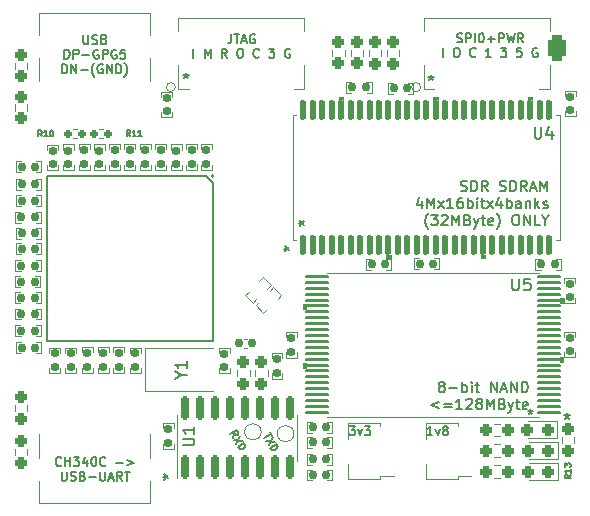
<source format=gto>
G04 #@! TF.GenerationSoftware,KiCad,Pcbnew,7.0.1-0*
G04 #@! TF.CreationDate,2023-04-29T19:14:42+08:00*
G04 #@! TF.ProjectId,slimarm_classic_2410,736c696d-6172-46d5-9f63-6c6173736963,rev?*
G04 #@! TF.SameCoordinates,Original*
G04 #@! TF.FileFunction,Legend,Top*
G04 #@! TF.FilePolarity,Positive*
%FSLAX46Y46*%
G04 Gerber Fmt 4.6, Leading zero omitted, Abs format (unit mm)*
G04 Created by KiCad (PCBNEW 7.0.1-0) date 2023-04-29 19:14:42*
%MOMM*%
%LPD*%
G01*
G04 APERTURE LIST*
G04 Aperture macros list*
%AMRoundRect*
0 Rectangle with rounded corners*
0 $1 Rounding radius*
0 $2 $3 $4 $5 $6 $7 $8 $9 X,Y pos of 4 corners*
0 Add a 4 corners polygon primitive as box body*
4,1,4,$2,$3,$4,$5,$6,$7,$8,$9,$2,$3,0*
0 Add four circle primitives for the rounded corners*
1,1,$1+$1,$2,$3*
1,1,$1+$1,$4,$5*
1,1,$1+$1,$6,$7*
1,1,$1+$1,$8,$9*
0 Add four rect primitives between the rounded corners*
20,1,$1+$1,$2,$3,$4,$5,0*
20,1,$1+$1,$4,$5,$6,$7,0*
20,1,$1+$1,$6,$7,$8,$9,0*
20,1,$1+$1,$8,$9,$2,$3,0*%
%AMFreePoly0*
4,1,9,3.862500,-0.866500,0.737500,-0.866500,0.737500,-0.450000,-0.737500,-0.450000,-0.737500,0.450000,0.737500,0.450000,0.737500,0.866500,3.862500,0.866500,3.862500,-0.866500,3.862500,-0.866500,$1*%
G04 Aperture macros list end*
%ADD10C,0.127000*%
%ADD11C,0.150000*%
%ADD12C,0.120000*%
%ADD13C,0.100000*%
%ADD14C,0.200000*%
%ADD15RoundRect,0.150000X0.150000X-0.825000X0.150000X0.825000X-0.150000X0.825000X-0.150000X-0.825000X0*%
%ADD16RoundRect,0.155000X-0.212500X-0.155000X0.212500X-0.155000X0.212500X0.155000X-0.212500X0.155000X0*%
%ADD17RoundRect,0.237500X-0.237500X0.250000X-0.237500X-0.250000X0.237500X-0.250000X0.237500X0.250000X0*%
%ADD18RoundRect,0.155000X-0.155000X0.212500X-0.155000X-0.212500X0.155000X-0.212500X0.155000X0.212500X0*%
%ADD19C,0.410000*%
%ADD20C,1.000000*%
%ADD21C,0.650000*%
%ADD22R,0.600000X2.000000*%
%ADD23R,0.300000X2.000000*%
%ADD24R,0.600000X1.450000*%
%ADD25O,1.000000X2.100000*%
%ADD26O,1.000000X1.600000*%
%ADD27RoundRect,0.237500X0.287500X0.237500X-0.287500X0.237500X-0.287500X-0.237500X0.287500X-0.237500X0*%
%ADD28RoundRect,0.155000X0.155000X-0.212500X0.155000X0.212500X-0.155000X0.212500X-0.155000X-0.212500X0*%
%ADD29RoundRect,0.155000X0.212500X0.155000X-0.212500X0.155000X-0.212500X-0.155000X0.212500X-0.155000X0*%
%ADD30R,0.711200X1.270000*%
%ADD31RoundRect,0.400050X0.400050X0.704850X-0.400050X0.704850X-0.400050X-0.704850X0.400050X-0.704850X0*%
%ADD32R,1.600200X2.209800*%
%ADD33R,1.300000X0.900000*%
%ADD34FreePoly0,180.000000*%
%ADD35RoundRect,0.237500X0.237500X-0.250000X0.237500X0.250000X-0.237500X0.250000X-0.237500X-0.250000X0*%
%ADD36RoundRect,0.155000X-0.040659X-0.259862X0.259862X0.040659X0.040659X0.259862X-0.259862X-0.040659X0*%
%ADD37RoundRect,0.160000X-0.197500X-0.160000X0.197500X-0.160000X0.197500X0.160000X-0.197500X0.160000X0*%
%ADD38RoundRect,0.127000X0.127000X-0.719900X0.127000X0.719900X-0.127000X0.719900X-0.127000X-0.719900X0*%
%ADD39RoundRect,0.063500X0.952500X0.063500X-0.952500X0.063500X-0.952500X-0.063500X0.952500X-0.063500X0*%
%ADD40RoundRect,0.160000X0.197500X0.160000X-0.197500X0.160000X-0.197500X-0.160000X0.197500X-0.160000X0*%
%ADD41R,2.000000X2.400000*%
%ADD42RoundRect,0.237500X-0.250000X-0.237500X0.250000X-0.237500X0.250000X0.237500X-0.250000X0.237500X0*%
G04 APERTURE END LIST*
D10*
X28298428Y-8546075D02*
X28298428Y-9162932D01*
X28298428Y-9162932D02*
X28334714Y-9235504D01*
X28334714Y-9235504D02*
X28371000Y-9271790D01*
X28371000Y-9271790D02*
X28443571Y-9308075D01*
X28443571Y-9308075D02*
X28588714Y-9308075D01*
X28588714Y-9308075D02*
X28661285Y-9271790D01*
X28661285Y-9271790D02*
X28697571Y-9235504D01*
X28697571Y-9235504D02*
X28733857Y-9162932D01*
X28733857Y-9162932D02*
X28733857Y-8546075D01*
X29060428Y-9271790D02*
X29169286Y-9308075D01*
X29169286Y-9308075D02*
X29350714Y-9308075D01*
X29350714Y-9308075D02*
X29423286Y-9271790D01*
X29423286Y-9271790D02*
X29459571Y-9235504D01*
X29459571Y-9235504D02*
X29495857Y-9162932D01*
X29495857Y-9162932D02*
X29495857Y-9090361D01*
X29495857Y-9090361D02*
X29459571Y-9017790D01*
X29459571Y-9017790D02*
X29423286Y-8981504D01*
X29423286Y-8981504D02*
X29350714Y-8945218D01*
X29350714Y-8945218D02*
X29205571Y-8908932D01*
X29205571Y-8908932D02*
X29133000Y-8872647D01*
X29133000Y-8872647D02*
X29096714Y-8836361D01*
X29096714Y-8836361D02*
X29060428Y-8763790D01*
X29060428Y-8763790D02*
X29060428Y-8691218D01*
X29060428Y-8691218D02*
X29096714Y-8618647D01*
X29096714Y-8618647D02*
X29133000Y-8582361D01*
X29133000Y-8582361D02*
X29205571Y-8546075D01*
X29205571Y-8546075D02*
X29387000Y-8546075D01*
X29387000Y-8546075D02*
X29495857Y-8582361D01*
X30076428Y-8908932D02*
X30185285Y-8945218D01*
X30185285Y-8945218D02*
X30221571Y-8981504D01*
X30221571Y-8981504D02*
X30257857Y-9054075D01*
X30257857Y-9054075D02*
X30257857Y-9162932D01*
X30257857Y-9162932D02*
X30221571Y-9235504D01*
X30221571Y-9235504D02*
X30185285Y-9271790D01*
X30185285Y-9271790D02*
X30112714Y-9308075D01*
X30112714Y-9308075D02*
X29822428Y-9308075D01*
X29822428Y-9308075D02*
X29822428Y-8546075D01*
X29822428Y-8546075D02*
X30076428Y-8546075D01*
X30076428Y-8546075D02*
X30149000Y-8582361D01*
X30149000Y-8582361D02*
X30185285Y-8618647D01*
X30185285Y-8618647D02*
X30221571Y-8691218D01*
X30221571Y-8691218D02*
X30221571Y-8763790D01*
X30221571Y-8763790D02*
X30185285Y-8836361D01*
X30185285Y-8836361D02*
X30149000Y-8872647D01*
X30149000Y-8872647D02*
X30076428Y-8908932D01*
X30076428Y-8908932D02*
X29822428Y-8908932D01*
X26701857Y-10542515D02*
X26701857Y-9780515D01*
X26701857Y-9780515D02*
X26883286Y-9780515D01*
X26883286Y-9780515D02*
X26992143Y-9816801D01*
X26992143Y-9816801D02*
X27064714Y-9889372D01*
X27064714Y-9889372D02*
X27101000Y-9961944D01*
X27101000Y-9961944D02*
X27137286Y-10107087D01*
X27137286Y-10107087D02*
X27137286Y-10215944D01*
X27137286Y-10215944D02*
X27101000Y-10361087D01*
X27101000Y-10361087D02*
X27064714Y-10433658D01*
X27064714Y-10433658D02*
X26992143Y-10506230D01*
X26992143Y-10506230D02*
X26883286Y-10542515D01*
X26883286Y-10542515D02*
X26701857Y-10542515D01*
X27463857Y-10542515D02*
X27463857Y-9780515D01*
X27463857Y-9780515D02*
X27754143Y-9780515D01*
X27754143Y-9780515D02*
X27826714Y-9816801D01*
X27826714Y-9816801D02*
X27863000Y-9853087D01*
X27863000Y-9853087D02*
X27899286Y-9925658D01*
X27899286Y-9925658D02*
X27899286Y-10034515D01*
X27899286Y-10034515D02*
X27863000Y-10107087D01*
X27863000Y-10107087D02*
X27826714Y-10143372D01*
X27826714Y-10143372D02*
X27754143Y-10179658D01*
X27754143Y-10179658D02*
X27463857Y-10179658D01*
X28225857Y-10252230D02*
X28806429Y-10252230D01*
X29568429Y-9816801D02*
X29495858Y-9780515D01*
X29495858Y-9780515D02*
X29387000Y-9780515D01*
X29387000Y-9780515D02*
X29278143Y-9816801D01*
X29278143Y-9816801D02*
X29205572Y-9889372D01*
X29205572Y-9889372D02*
X29169286Y-9961944D01*
X29169286Y-9961944D02*
X29133000Y-10107087D01*
X29133000Y-10107087D02*
X29133000Y-10215944D01*
X29133000Y-10215944D02*
X29169286Y-10361087D01*
X29169286Y-10361087D02*
X29205572Y-10433658D01*
X29205572Y-10433658D02*
X29278143Y-10506230D01*
X29278143Y-10506230D02*
X29387000Y-10542515D01*
X29387000Y-10542515D02*
X29459572Y-10542515D01*
X29459572Y-10542515D02*
X29568429Y-10506230D01*
X29568429Y-10506230D02*
X29604715Y-10469944D01*
X29604715Y-10469944D02*
X29604715Y-10215944D01*
X29604715Y-10215944D02*
X29459572Y-10215944D01*
X29931286Y-10542515D02*
X29931286Y-9780515D01*
X29931286Y-9780515D02*
X30221572Y-9780515D01*
X30221572Y-9780515D02*
X30294143Y-9816801D01*
X30294143Y-9816801D02*
X30330429Y-9853087D01*
X30330429Y-9853087D02*
X30366715Y-9925658D01*
X30366715Y-9925658D02*
X30366715Y-10034515D01*
X30366715Y-10034515D02*
X30330429Y-10107087D01*
X30330429Y-10107087D02*
X30294143Y-10143372D01*
X30294143Y-10143372D02*
X30221572Y-10179658D01*
X30221572Y-10179658D02*
X29931286Y-10179658D01*
X31092429Y-9816801D02*
X31019858Y-9780515D01*
X31019858Y-9780515D02*
X30911000Y-9780515D01*
X30911000Y-9780515D02*
X30802143Y-9816801D01*
X30802143Y-9816801D02*
X30729572Y-9889372D01*
X30729572Y-9889372D02*
X30693286Y-9961944D01*
X30693286Y-9961944D02*
X30657000Y-10107087D01*
X30657000Y-10107087D02*
X30657000Y-10215944D01*
X30657000Y-10215944D02*
X30693286Y-10361087D01*
X30693286Y-10361087D02*
X30729572Y-10433658D01*
X30729572Y-10433658D02*
X30802143Y-10506230D01*
X30802143Y-10506230D02*
X30911000Y-10542515D01*
X30911000Y-10542515D02*
X30983572Y-10542515D01*
X30983572Y-10542515D02*
X31092429Y-10506230D01*
X31092429Y-10506230D02*
X31128715Y-10469944D01*
X31128715Y-10469944D02*
X31128715Y-10215944D01*
X31128715Y-10215944D02*
X30983572Y-10215944D01*
X31818143Y-9780515D02*
X31455286Y-9780515D01*
X31455286Y-9780515D02*
X31419000Y-10143372D01*
X31419000Y-10143372D02*
X31455286Y-10107087D01*
X31455286Y-10107087D02*
X31527858Y-10070801D01*
X31527858Y-10070801D02*
X31709286Y-10070801D01*
X31709286Y-10070801D02*
X31781858Y-10107087D01*
X31781858Y-10107087D02*
X31818143Y-10143372D01*
X31818143Y-10143372D02*
X31854429Y-10215944D01*
X31854429Y-10215944D02*
X31854429Y-10397372D01*
X31854429Y-10397372D02*
X31818143Y-10469944D01*
X31818143Y-10469944D02*
X31781858Y-10506230D01*
X31781858Y-10506230D02*
X31709286Y-10542515D01*
X31709286Y-10542515D02*
X31527858Y-10542515D01*
X31527858Y-10542515D02*
X31455286Y-10506230D01*
X31455286Y-10506230D02*
X31419000Y-10469944D01*
X26520428Y-11776955D02*
X26520428Y-11014955D01*
X26520428Y-11014955D02*
X26701857Y-11014955D01*
X26701857Y-11014955D02*
X26810714Y-11051241D01*
X26810714Y-11051241D02*
X26883285Y-11123812D01*
X26883285Y-11123812D02*
X26919571Y-11196384D01*
X26919571Y-11196384D02*
X26955857Y-11341527D01*
X26955857Y-11341527D02*
X26955857Y-11450384D01*
X26955857Y-11450384D02*
X26919571Y-11595527D01*
X26919571Y-11595527D02*
X26883285Y-11668098D01*
X26883285Y-11668098D02*
X26810714Y-11740670D01*
X26810714Y-11740670D02*
X26701857Y-11776955D01*
X26701857Y-11776955D02*
X26520428Y-11776955D01*
X27282428Y-11776955D02*
X27282428Y-11014955D01*
X27282428Y-11014955D02*
X27717857Y-11776955D01*
X27717857Y-11776955D02*
X27717857Y-11014955D01*
X28080714Y-11486670D02*
X28661286Y-11486670D01*
X29241857Y-12067241D02*
X29205572Y-12030955D01*
X29205572Y-12030955D02*
X29133000Y-11922098D01*
X29133000Y-11922098D02*
X29096715Y-11849527D01*
X29096715Y-11849527D02*
X29060429Y-11740670D01*
X29060429Y-11740670D02*
X29024143Y-11559241D01*
X29024143Y-11559241D02*
X29024143Y-11414098D01*
X29024143Y-11414098D02*
X29060429Y-11232670D01*
X29060429Y-11232670D02*
X29096715Y-11123812D01*
X29096715Y-11123812D02*
X29133000Y-11051241D01*
X29133000Y-11051241D02*
X29205572Y-10942384D01*
X29205572Y-10942384D02*
X29241857Y-10906098D01*
X29931286Y-11051241D02*
X29858715Y-11014955D01*
X29858715Y-11014955D02*
X29749857Y-11014955D01*
X29749857Y-11014955D02*
X29641000Y-11051241D01*
X29641000Y-11051241D02*
X29568429Y-11123812D01*
X29568429Y-11123812D02*
X29532143Y-11196384D01*
X29532143Y-11196384D02*
X29495857Y-11341527D01*
X29495857Y-11341527D02*
X29495857Y-11450384D01*
X29495857Y-11450384D02*
X29532143Y-11595527D01*
X29532143Y-11595527D02*
X29568429Y-11668098D01*
X29568429Y-11668098D02*
X29641000Y-11740670D01*
X29641000Y-11740670D02*
X29749857Y-11776955D01*
X29749857Y-11776955D02*
X29822429Y-11776955D01*
X29822429Y-11776955D02*
X29931286Y-11740670D01*
X29931286Y-11740670D02*
X29967572Y-11704384D01*
X29967572Y-11704384D02*
X29967572Y-11450384D01*
X29967572Y-11450384D02*
X29822429Y-11450384D01*
X30294143Y-11776955D02*
X30294143Y-11014955D01*
X30294143Y-11014955D02*
X30729572Y-11776955D01*
X30729572Y-11776955D02*
X30729572Y-11014955D01*
X31092429Y-11776955D02*
X31092429Y-11014955D01*
X31092429Y-11014955D02*
X31273858Y-11014955D01*
X31273858Y-11014955D02*
X31382715Y-11051241D01*
X31382715Y-11051241D02*
X31455286Y-11123812D01*
X31455286Y-11123812D02*
X31491572Y-11196384D01*
X31491572Y-11196384D02*
X31527858Y-11341527D01*
X31527858Y-11341527D02*
X31527858Y-11450384D01*
X31527858Y-11450384D02*
X31491572Y-11595527D01*
X31491572Y-11595527D02*
X31455286Y-11668098D01*
X31455286Y-11668098D02*
X31382715Y-11740670D01*
X31382715Y-11740670D02*
X31273858Y-11776955D01*
X31273858Y-11776955D02*
X31092429Y-11776955D01*
X31781858Y-12067241D02*
X31818143Y-12030955D01*
X31818143Y-12030955D02*
X31890715Y-11922098D01*
X31890715Y-11922098D02*
X31927001Y-11849527D01*
X31927001Y-11849527D02*
X31963286Y-11740670D01*
X31963286Y-11740670D02*
X31999572Y-11559241D01*
X31999572Y-11559241D02*
X31999572Y-11414098D01*
X31999572Y-11414098D02*
X31963286Y-11232670D01*
X31963286Y-11232670D02*
X31927001Y-11123812D01*
X31927001Y-11123812D02*
X31890715Y-11051241D01*
X31890715Y-11051241D02*
X31818143Y-10942384D01*
X31818143Y-10942384D02*
X31781858Y-10906098D01*
X26433429Y-44972724D02*
X26397143Y-45009010D01*
X26397143Y-45009010D02*
X26288286Y-45045295D01*
X26288286Y-45045295D02*
X26215714Y-45045295D01*
X26215714Y-45045295D02*
X26106857Y-45009010D01*
X26106857Y-45009010D02*
X26034286Y-44936438D01*
X26034286Y-44936438D02*
X25998000Y-44863867D01*
X25998000Y-44863867D02*
X25961714Y-44718724D01*
X25961714Y-44718724D02*
X25961714Y-44609867D01*
X25961714Y-44609867D02*
X25998000Y-44464724D01*
X25998000Y-44464724D02*
X26034286Y-44392152D01*
X26034286Y-44392152D02*
X26106857Y-44319581D01*
X26106857Y-44319581D02*
X26215714Y-44283295D01*
X26215714Y-44283295D02*
X26288286Y-44283295D01*
X26288286Y-44283295D02*
X26397143Y-44319581D01*
X26397143Y-44319581D02*
X26433429Y-44355867D01*
X26760000Y-45045295D02*
X26760000Y-44283295D01*
X26760000Y-44646152D02*
X27195429Y-44646152D01*
X27195429Y-45045295D02*
X27195429Y-44283295D01*
X27485715Y-44283295D02*
X27957429Y-44283295D01*
X27957429Y-44283295D02*
X27703429Y-44573581D01*
X27703429Y-44573581D02*
X27812286Y-44573581D01*
X27812286Y-44573581D02*
X27884858Y-44609867D01*
X27884858Y-44609867D02*
X27921143Y-44646152D01*
X27921143Y-44646152D02*
X27957429Y-44718724D01*
X27957429Y-44718724D02*
X27957429Y-44900152D01*
X27957429Y-44900152D02*
X27921143Y-44972724D01*
X27921143Y-44972724D02*
X27884858Y-45009010D01*
X27884858Y-45009010D02*
X27812286Y-45045295D01*
X27812286Y-45045295D02*
X27594572Y-45045295D01*
X27594572Y-45045295D02*
X27522000Y-45009010D01*
X27522000Y-45009010D02*
X27485715Y-44972724D01*
X28610572Y-44537295D02*
X28610572Y-45045295D01*
X28429143Y-44247010D02*
X28247714Y-44791295D01*
X28247714Y-44791295D02*
X28719429Y-44791295D01*
X29154857Y-44283295D02*
X29227428Y-44283295D01*
X29227428Y-44283295D02*
X29300000Y-44319581D01*
X29300000Y-44319581D02*
X29336286Y-44355867D01*
X29336286Y-44355867D02*
X29372571Y-44428438D01*
X29372571Y-44428438D02*
X29408857Y-44573581D01*
X29408857Y-44573581D02*
X29408857Y-44755010D01*
X29408857Y-44755010D02*
X29372571Y-44900152D01*
X29372571Y-44900152D02*
X29336286Y-44972724D01*
X29336286Y-44972724D02*
X29300000Y-45009010D01*
X29300000Y-45009010D02*
X29227428Y-45045295D01*
X29227428Y-45045295D02*
X29154857Y-45045295D01*
X29154857Y-45045295D02*
X29082286Y-45009010D01*
X29082286Y-45009010D02*
X29046000Y-44972724D01*
X29046000Y-44972724D02*
X29009714Y-44900152D01*
X29009714Y-44900152D02*
X28973428Y-44755010D01*
X28973428Y-44755010D02*
X28973428Y-44573581D01*
X28973428Y-44573581D02*
X29009714Y-44428438D01*
X29009714Y-44428438D02*
X29046000Y-44355867D01*
X29046000Y-44355867D02*
X29082286Y-44319581D01*
X29082286Y-44319581D02*
X29154857Y-44283295D01*
X30170857Y-44972724D02*
X30134571Y-45009010D01*
X30134571Y-45009010D02*
X30025714Y-45045295D01*
X30025714Y-45045295D02*
X29953142Y-45045295D01*
X29953142Y-45045295D02*
X29844285Y-45009010D01*
X29844285Y-45009010D02*
X29771714Y-44936438D01*
X29771714Y-44936438D02*
X29735428Y-44863867D01*
X29735428Y-44863867D02*
X29699142Y-44718724D01*
X29699142Y-44718724D02*
X29699142Y-44609867D01*
X29699142Y-44609867D02*
X29735428Y-44464724D01*
X29735428Y-44464724D02*
X29771714Y-44392152D01*
X29771714Y-44392152D02*
X29844285Y-44319581D01*
X29844285Y-44319581D02*
X29953142Y-44283295D01*
X29953142Y-44283295D02*
X30025714Y-44283295D01*
X30025714Y-44283295D02*
X30134571Y-44319581D01*
X30134571Y-44319581D02*
X30170857Y-44355867D01*
X31077999Y-44755010D02*
X31658571Y-44755010D01*
X32021428Y-44537295D02*
X32602000Y-44755010D01*
X32602000Y-44755010D02*
X32021428Y-44972724D01*
X26469714Y-45517735D02*
X26469714Y-46134592D01*
X26469714Y-46134592D02*
X26506000Y-46207164D01*
X26506000Y-46207164D02*
X26542286Y-46243450D01*
X26542286Y-46243450D02*
X26614857Y-46279735D01*
X26614857Y-46279735D02*
X26760000Y-46279735D01*
X26760000Y-46279735D02*
X26832571Y-46243450D01*
X26832571Y-46243450D02*
X26868857Y-46207164D01*
X26868857Y-46207164D02*
X26905143Y-46134592D01*
X26905143Y-46134592D02*
X26905143Y-45517735D01*
X27231714Y-46243450D02*
X27340572Y-46279735D01*
X27340572Y-46279735D02*
X27522000Y-46279735D01*
X27522000Y-46279735D02*
X27594572Y-46243450D01*
X27594572Y-46243450D02*
X27630857Y-46207164D01*
X27630857Y-46207164D02*
X27667143Y-46134592D01*
X27667143Y-46134592D02*
X27667143Y-46062021D01*
X27667143Y-46062021D02*
X27630857Y-45989450D01*
X27630857Y-45989450D02*
X27594572Y-45953164D01*
X27594572Y-45953164D02*
X27522000Y-45916878D01*
X27522000Y-45916878D02*
X27376857Y-45880592D01*
X27376857Y-45880592D02*
X27304286Y-45844307D01*
X27304286Y-45844307D02*
X27268000Y-45808021D01*
X27268000Y-45808021D02*
X27231714Y-45735450D01*
X27231714Y-45735450D02*
X27231714Y-45662878D01*
X27231714Y-45662878D02*
X27268000Y-45590307D01*
X27268000Y-45590307D02*
X27304286Y-45554021D01*
X27304286Y-45554021D02*
X27376857Y-45517735D01*
X27376857Y-45517735D02*
X27558286Y-45517735D01*
X27558286Y-45517735D02*
X27667143Y-45554021D01*
X28247714Y-45880592D02*
X28356571Y-45916878D01*
X28356571Y-45916878D02*
X28392857Y-45953164D01*
X28392857Y-45953164D02*
X28429143Y-46025735D01*
X28429143Y-46025735D02*
X28429143Y-46134592D01*
X28429143Y-46134592D02*
X28392857Y-46207164D01*
X28392857Y-46207164D02*
X28356571Y-46243450D01*
X28356571Y-46243450D02*
X28284000Y-46279735D01*
X28284000Y-46279735D02*
X27993714Y-46279735D01*
X27993714Y-46279735D02*
X27993714Y-45517735D01*
X27993714Y-45517735D02*
X28247714Y-45517735D01*
X28247714Y-45517735D02*
X28320286Y-45554021D01*
X28320286Y-45554021D02*
X28356571Y-45590307D01*
X28356571Y-45590307D02*
X28392857Y-45662878D01*
X28392857Y-45662878D02*
X28392857Y-45735450D01*
X28392857Y-45735450D02*
X28356571Y-45808021D01*
X28356571Y-45808021D02*
X28320286Y-45844307D01*
X28320286Y-45844307D02*
X28247714Y-45880592D01*
X28247714Y-45880592D02*
X27993714Y-45880592D01*
X28755714Y-45989450D02*
X29336286Y-45989450D01*
X29699143Y-45517735D02*
X29699143Y-46134592D01*
X29699143Y-46134592D02*
X29735429Y-46207164D01*
X29735429Y-46207164D02*
X29771715Y-46243450D01*
X29771715Y-46243450D02*
X29844286Y-46279735D01*
X29844286Y-46279735D02*
X29989429Y-46279735D01*
X29989429Y-46279735D02*
X30062000Y-46243450D01*
X30062000Y-46243450D02*
X30098286Y-46207164D01*
X30098286Y-46207164D02*
X30134572Y-46134592D01*
X30134572Y-46134592D02*
X30134572Y-45517735D01*
X30461143Y-46062021D02*
X30824001Y-46062021D01*
X30388572Y-46279735D02*
X30642572Y-45517735D01*
X30642572Y-45517735D02*
X30896572Y-46279735D01*
X31586001Y-46279735D02*
X31332001Y-45916878D01*
X31150572Y-46279735D02*
X31150572Y-45517735D01*
X31150572Y-45517735D02*
X31440858Y-45517735D01*
X31440858Y-45517735D02*
X31513429Y-45554021D01*
X31513429Y-45554021D02*
X31549715Y-45590307D01*
X31549715Y-45590307D02*
X31586001Y-45662878D01*
X31586001Y-45662878D02*
X31586001Y-45771735D01*
X31586001Y-45771735D02*
X31549715Y-45844307D01*
X31549715Y-45844307D02*
X31513429Y-45880592D01*
X31513429Y-45880592D02*
X31440858Y-45916878D01*
X31440858Y-45916878D02*
X31150572Y-45916878D01*
X31803715Y-45517735D02*
X32239144Y-45517735D01*
X32021429Y-46279735D02*
X32021429Y-45517735D01*
X40821000Y-8473295D02*
X40821000Y-9017581D01*
X40821000Y-9017581D02*
X40784715Y-9126438D01*
X40784715Y-9126438D02*
X40712143Y-9199010D01*
X40712143Y-9199010D02*
X40603286Y-9235295D01*
X40603286Y-9235295D02*
X40530715Y-9235295D01*
X41075000Y-8473295D02*
X41510429Y-8473295D01*
X41292714Y-9235295D02*
X41292714Y-8473295D01*
X41728142Y-9017581D02*
X42091000Y-9017581D01*
X41655571Y-9235295D02*
X41909571Y-8473295D01*
X41909571Y-8473295D02*
X42163571Y-9235295D01*
X42816714Y-8509581D02*
X42744143Y-8473295D01*
X42744143Y-8473295D02*
X42635285Y-8473295D01*
X42635285Y-8473295D02*
X42526428Y-8509581D01*
X42526428Y-8509581D02*
X42453857Y-8582152D01*
X42453857Y-8582152D02*
X42417571Y-8654724D01*
X42417571Y-8654724D02*
X42381285Y-8799867D01*
X42381285Y-8799867D02*
X42381285Y-8908724D01*
X42381285Y-8908724D02*
X42417571Y-9053867D01*
X42417571Y-9053867D02*
X42453857Y-9126438D01*
X42453857Y-9126438D02*
X42526428Y-9199010D01*
X42526428Y-9199010D02*
X42635285Y-9235295D01*
X42635285Y-9235295D02*
X42707857Y-9235295D01*
X42707857Y-9235295D02*
X42816714Y-9199010D01*
X42816714Y-9199010D02*
X42853000Y-9162724D01*
X42853000Y-9162724D02*
X42853000Y-8908724D01*
X42853000Y-8908724D02*
X42707857Y-8908724D01*
X37627858Y-10469735D02*
X37627858Y-9707735D01*
X38571286Y-10469735D02*
X38571286Y-9707735D01*
X38571286Y-9707735D02*
X38825286Y-10252021D01*
X38825286Y-10252021D02*
X39079286Y-9707735D01*
X39079286Y-9707735D02*
X39079286Y-10469735D01*
X40458143Y-10469735D02*
X40204143Y-10106878D01*
X40022714Y-10469735D02*
X40022714Y-9707735D01*
X40022714Y-9707735D02*
X40313000Y-9707735D01*
X40313000Y-9707735D02*
X40385571Y-9744021D01*
X40385571Y-9744021D02*
X40421857Y-9780307D01*
X40421857Y-9780307D02*
X40458143Y-9852878D01*
X40458143Y-9852878D02*
X40458143Y-9961735D01*
X40458143Y-9961735D02*
X40421857Y-10034307D01*
X40421857Y-10034307D02*
X40385571Y-10070592D01*
X40385571Y-10070592D02*
X40313000Y-10106878D01*
X40313000Y-10106878D02*
X40022714Y-10106878D01*
X41510428Y-9707735D02*
X41655571Y-9707735D01*
X41655571Y-9707735D02*
X41728142Y-9744021D01*
X41728142Y-9744021D02*
X41800714Y-9816592D01*
X41800714Y-9816592D02*
X41836999Y-9961735D01*
X41836999Y-9961735D02*
X41836999Y-10215735D01*
X41836999Y-10215735D02*
X41800714Y-10360878D01*
X41800714Y-10360878D02*
X41728142Y-10433450D01*
X41728142Y-10433450D02*
X41655571Y-10469735D01*
X41655571Y-10469735D02*
X41510428Y-10469735D01*
X41510428Y-10469735D02*
X41437857Y-10433450D01*
X41437857Y-10433450D02*
X41365285Y-10360878D01*
X41365285Y-10360878D02*
X41328999Y-10215735D01*
X41328999Y-10215735D02*
X41328999Y-9961735D01*
X41328999Y-9961735D02*
X41365285Y-9816592D01*
X41365285Y-9816592D02*
X41437857Y-9744021D01*
X41437857Y-9744021D02*
X41510428Y-9707735D01*
X43179571Y-10397164D02*
X43143285Y-10433450D01*
X43143285Y-10433450D02*
X43034428Y-10469735D01*
X43034428Y-10469735D02*
X42961856Y-10469735D01*
X42961856Y-10469735D02*
X42852999Y-10433450D01*
X42852999Y-10433450D02*
X42780428Y-10360878D01*
X42780428Y-10360878D02*
X42744142Y-10288307D01*
X42744142Y-10288307D02*
X42707856Y-10143164D01*
X42707856Y-10143164D02*
X42707856Y-10034307D01*
X42707856Y-10034307D02*
X42744142Y-9889164D01*
X42744142Y-9889164D02*
X42780428Y-9816592D01*
X42780428Y-9816592D02*
X42852999Y-9744021D01*
X42852999Y-9744021D02*
X42961856Y-9707735D01*
X42961856Y-9707735D02*
X43034428Y-9707735D01*
X43034428Y-9707735D02*
X43143285Y-9744021D01*
X43143285Y-9744021D02*
X43179571Y-9780307D01*
X44014142Y-9707735D02*
X44485856Y-9707735D01*
X44485856Y-9707735D02*
X44231856Y-9998021D01*
X44231856Y-9998021D02*
X44340713Y-9998021D01*
X44340713Y-9998021D02*
X44413285Y-10034307D01*
X44413285Y-10034307D02*
X44449570Y-10070592D01*
X44449570Y-10070592D02*
X44485856Y-10143164D01*
X44485856Y-10143164D02*
X44485856Y-10324592D01*
X44485856Y-10324592D02*
X44449570Y-10397164D01*
X44449570Y-10397164D02*
X44413285Y-10433450D01*
X44413285Y-10433450D02*
X44340713Y-10469735D01*
X44340713Y-10469735D02*
X44122999Y-10469735D01*
X44122999Y-10469735D02*
X44050427Y-10433450D01*
X44050427Y-10433450D02*
X44014142Y-10397164D01*
X45792141Y-9744021D02*
X45719570Y-9707735D01*
X45719570Y-9707735D02*
X45610712Y-9707735D01*
X45610712Y-9707735D02*
X45501855Y-9744021D01*
X45501855Y-9744021D02*
X45429284Y-9816592D01*
X45429284Y-9816592D02*
X45392998Y-9889164D01*
X45392998Y-9889164D02*
X45356712Y-10034307D01*
X45356712Y-10034307D02*
X45356712Y-10143164D01*
X45356712Y-10143164D02*
X45392998Y-10288307D01*
X45392998Y-10288307D02*
X45429284Y-10360878D01*
X45429284Y-10360878D02*
X45501855Y-10433450D01*
X45501855Y-10433450D02*
X45610712Y-10469735D01*
X45610712Y-10469735D02*
X45683284Y-10469735D01*
X45683284Y-10469735D02*
X45792141Y-10433450D01*
X45792141Y-10433450D02*
X45828427Y-10397164D01*
X45828427Y-10397164D02*
X45828427Y-10143164D01*
X45828427Y-10143164D02*
X45683284Y-10143164D01*
X57860571Y-42447515D02*
X57425142Y-42447515D01*
X57642857Y-42447515D02*
X57642857Y-41685515D01*
X57642857Y-41685515D02*
X57570285Y-41794372D01*
X57570285Y-41794372D02*
X57497714Y-41866944D01*
X57497714Y-41866944D02*
X57425142Y-41903230D01*
X58114571Y-41939515D02*
X58295999Y-42447515D01*
X58295999Y-42447515D02*
X58477428Y-41939515D01*
X58876570Y-42012087D02*
X58803999Y-41975801D01*
X58803999Y-41975801D02*
X58767713Y-41939515D01*
X58767713Y-41939515D02*
X58731427Y-41866944D01*
X58731427Y-41866944D02*
X58731427Y-41830658D01*
X58731427Y-41830658D02*
X58767713Y-41758087D01*
X58767713Y-41758087D02*
X58803999Y-41721801D01*
X58803999Y-41721801D02*
X58876570Y-41685515D01*
X58876570Y-41685515D02*
X59021713Y-41685515D01*
X59021713Y-41685515D02*
X59094285Y-41721801D01*
X59094285Y-41721801D02*
X59130570Y-41758087D01*
X59130570Y-41758087D02*
X59166856Y-41830658D01*
X59166856Y-41830658D02*
X59166856Y-41866944D01*
X59166856Y-41866944D02*
X59130570Y-41939515D01*
X59130570Y-41939515D02*
X59094285Y-41975801D01*
X59094285Y-41975801D02*
X59021713Y-42012087D01*
X59021713Y-42012087D02*
X58876570Y-42012087D01*
X58876570Y-42012087D02*
X58803999Y-42048372D01*
X58803999Y-42048372D02*
X58767713Y-42084658D01*
X58767713Y-42084658D02*
X58731427Y-42157230D01*
X58731427Y-42157230D02*
X58731427Y-42302372D01*
X58731427Y-42302372D02*
X58767713Y-42374944D01*
X58767713Y-42374944D02*
X58803999Y-42411230D01*
X58803999Y-42411230D02*
X58876570Y-42447515D01*
X58876570Y-42447515D02*
X59021713Y-42447515D01*
X59021713Y-42447515D02*
X59094285Y-42411230D01*
X59094285Y-42411230D02*
X59130570Y-42374944D01*
X59130570Y-42374944D02*
X59166856Y-42302372D01*
X59166856Y-42302372D02*
X59166856Y-42157230D01*
X59166856Y-42157230D02*
X59130570Y-42084658D01*
X59130570Y-42084658D02*
X59094285Y-42048372D01*
X59094285Y-42048372D02*
X59021713Y-42012087D01*
X58544667Y-38273179D02*
X58460001Y-38230846D01*
X58460001Y-38230846D02*
X58417667Y-38188512D01*
X58417667Y-38188512D02*
X58375334Y-38103846D01*
X58375334Y-38103846D02*
X58375334Y-38061512D01*
X58375334Y-38061512D02*
X58417667Y-37976846D01*
X58417667Y-37976846D02*
X58460001Y-37934512D01*
X58460001Y-37934512D02*
X58544667Y-37892179D01*
X58544667Y-37892179D02*
X58714001Y-37892179D01*
X58714001Y-37892179D02*
X58798667Y-37934512D01*
X58798667Y-37934512D02*
X58841001Y-37976846D01*
X58841001Y-37976846D02*
X58883334Y-38061512D01*
X58883334Y-38061512D02*
X58883334Y-38103846D01*
X58883334Y-38103846D02*
X58841001Y-38188512D01*
X58841001Y-38188512D02*
X58798667Y-38230846D01*
X58798667Y-38230846D02*
X58714001Y-38273179D01*
X58714001Y-38273179D02*
X58544667Y-38273179D01*
X58544667Y-38273179D02*
X58460001Y-38315512D01*
X58460001Y-38315512D02*
X58417667Y-38357846D01*
X58417667Y-38357846D02*
X58375334Y-38442512D01*
X58375334Y-38442512D02*
X58375334Y-38611846D01*
X58375334Y-38611846D02*
X58417667Y-38696512D01*
X58417667Y-38696512D02*
X58460001Y-38738846D01*
X58460001Y-38738846D02*
X58544667Y-38781179D01*
X58544667Y-38781179D02*
X58714001Y-38781179D01*
X58714001Y-38781179D02*
X58798667Y-38738846D01*
X58798667Y-38738846D02*
X58841001Y-38696512D01*
X58841001Y-38696512D02*
X58883334Y-38611846D01*
X58883334Y-38611846D02*
X58883334Y-38442512D01*
X58883334Y-38442512D02*
X58841001Y-38357846D01*
X58841001Y-38357846D02*
X58798667Y-38315512D01*
X58798667Y-38315512D02*
X58714001Y-38273179D01*
X59264334Y-38442512D02*
X59941668Y-38442512D01*
X60365001Y-38781179D02*
X60365001Y-37892179D01*
X60365001Y-38230846D02*
X60449668Y-38188512D01*
X60449668Y-38188512D02*
X60619001Y-38188512D01*
X60619001Y-38188512D02*
X60703668Y-38230846D01*
X60703668Y-38230846D02*
X60746001Y-38273179D01*
X60746001Y-38273179D02*
X60788335Y-38357846D01*
X60788335Y-38357846D02*
X60788335Y-38611846D01*
X60788335Y-38611846D02*
X60746001Y-38696512D01*
X60746001Y-38696512D02*
X60703668Y-38738846D01*
X60703668Y-38738846D02*
X60619001Y-38781179D01*
X60619001Y-38781179D02*
X60449668Y-38781179D01*
X60449668Y-38781179D02*
X60365001Y-38738846D01*
X61169334Y-38781179D02*
X61169334Y-38188512D01*
X61169334Y-37892179D02*
X61127001Y-37934512D01*
X61127001Y-37934512D02*
X61169334Y-37976846D01*
X61169334Y-37976846D02*
X61211668Y-37934512D01*
X61211668Y-37934512D02*
X61169334Y-37892179D01*
X61169334Y-37892179D02*
X61169334Y-37976846D01*
X61465667Y-38188512D02*
X61804334Y-38188512D01*
X61592667Y-37892179D02*
X61592667Y-38654179D01*
X61592667Y-38654179D02*
X61635001Y-38738846D01*
X61635001Y-38738846D02*
X61719667Y-38781179D01*
X61719667Y-38781179D02*
X61804334Y-38781179D01*
X62778000Y-38781179D02*
X62778000Y-37892179D01*
X62778000Y-37892179D02*
X63286000Y-38781179D01*
X63286000Y-38781179D02*
X63286000Y-37892179D01*
X63667000Y-38527179D02*
X64090333Y-38527179D01*
X63582333Y-38781179D02*
X63878667Y-37892179D01*
X63878667Y-37892179D02*
X64175000Y-38781179D01*
X64471333Y-38781179D02*
X64471333Y-37892179D01*
X64471333Y-37892179D02*
X64979333Y-38781179D01*
X64979333Y-38781179D02*
X64979333Y-37892179D01*
X65402666Y-38781179D02*
X65402666Y-37892179D01*
X65402666Y-37892179D02*
X65614333Y-37892179D01*
X65614333Y-37892179D02*
X65741333Y-37934512D01*
X65741333Y-37934512D02*
X65826000Y-38019179D01*
X65826000Y-38019179D02*
X65868333Y-38103846D01*
X65868333Y-38103846D02*
X65910666Y-38273179D01*
X65910666Y-38273179D02*
X65910666Y-38400179D01*
X65910666Y-38400179D02*
X65868333Y-38569512D01*
X65868333Y-38569512D02*
X65826000Y-38654179D01*
X65826000Y-38654179D02*
X65741333Y-38738846D01*
X65741333Y-38738846D02*
X65614333Y-38781179D01*
X65614333Y-38781179D02*
X65402666Y-38781179D01*
X58375332Y-39628692D02*
X57697998Y-39882692D01*
X57697998Y-39882692D02*
X58375332Y-40136692D01*
X58798665Y-39755692D02*
X59475999Y-39755692D01*
X59475999Y-40009692D02*
X58798665Y-40009692D01*
X60364999Y-40221359D02*
X59856999Y-40221359D01*
X60110999Y-40221359D02*
X60110999Y-39332359D01*
X60110999Y-39332359D02*
X60026332Y-39459359D01*
X60026332Y-39459359D02*
X59941666Y-39544026D01*
X59941666Y-39544026D02*
X59856999Y-39586359D01*
X60703666Y-39417026D02*
X60745999Y-39374692D01*
X60745999Y-39374692D02*
X60830666Y-39332359D01*
X60830666Y-39332359D02*
X61042333Y-39332359D01*
X61042333Y-39332359D02*
X61126999Y-39374692D01*
X61126999Y-39374692D02*
X61169333Y-39417026D01*
X61169333Y-39417026D02*
X61211666Y-39501692D01*
X61211666Y-39501692D02*
X61211666Y-39586359D01*
X61211666Y-39586359D02*
X61169333Y-39713359D01*
X61169333Y-39713359D02*
X60661333Y-40221359D01*
X60661333Y-40221359D02*
X61211666Y-40221359D01*
X61719666Y-39713359D02*
X61635000Y-39671026D01*
X61635000Y-39671026D02*
X61592666Y-39628692D01*
X61592666Y-39628692D02*
X61550333Y-39544026D01*
X61550333Y-39544026D02*
X61550333Y-39501692D01*
X61550333Y-39501692D02*
X61592666Y-39417026D01*
X61592666Y-39417026D02*
X61635000Y-39374692D01*
X61635000Y-39374692D02*
X61719666Y-39332359D01*
X61719666Y-39332359D02*
X61889000Y-39332359D01*
X61889000Y-39332359D02*
X61973666Y-39374692D01*
X61973666Y-39374692D02*
X62016000Y-39417026D01*
X62016000Y-39417026D02*
X62058333Y-39501692D01*
X62058333Y-39501692D02*
X62058333Y-39544026D01*
X62058333Y-39544026D02*
X62016000Y-39628692D01*
X62016000Y-39628692D02*
X61973666Y-39671026D01*
X61973666Y-39671026D02*
X61889000Y-39713359D01*
X61889000Y-39713359D02*
X61719666Y-39713359D01*
X61719666Y-39713359D02*
X61635000Y-39755692D01*
X61635000Y-39755692D02*
X61592666Y-39798026D01*
X61592666Y-39798026D02*
X61550333Y-39882692D01*
X61550333Y-39882692D02*
X61550333Y-40052026D01*
X61550333Y-40052026D02*
X61592666Y-40136692D01*
X61592666Y-40136692D02*
X61635000Y-40179026D01*
X61635000Y-40179026D02*
X61719666Y-40221359D01*
X61719666Y-40221359D02*
X61889000Y-40221359D01*
X61889000Y-40221359D02*
X61973666Y-40179026D01*
X61973666Y-40179026D02*
X62016000Y-40136692D01*
X62016000Y-40136692D02*
X62058333Y-40052026D01*
X62058333Y-40052026D02*
X62058333Y-39882692D01*
X62058333Y-39882692D02*
X62016000Y-39798026D01*
X62016000Y-39798026D02*
X61973666Y-39755692D01*
X61973666Y-39755692D02*
X61889000Y-39713359D01*
X62439333Y-40221359D02*
X62439333Y-39332359D01*
X62439333Y-39332359D02*
X62735667Y-39967359D01*
X62735667Y-39967359D02*
X63032000Y-39332359D01*
X63032000Y-39332359D02*
X63032000Y-40221359D01*
X63751667Y-39755692D02*
X63878667Y-39798026D01*
X63878667Y-39798026D02*
X63921000Y-39840359D01*
X63921000Y-39840359D02*
X63963333Y-39925026D01*
X63963333Y-39925026D02*
X63963333Y-40052026D01*
X63963333Y-40052026D02*
X63921000Y-40136692D01*
X63921000Y-40136692D02*
X63878667Y-40179026D01*
X63878667Y-40179026D02*
X63794000Y-40221359D01*
X63794000Y-40221359D02*
X63455333Y-40221359D01*
X63455333Y-40221359D02*
X63455333Y-39332359D01*
X63455333Y-39332359D02*
X63751667Y-39332359D01*
X63751667Y-39332359D02*
X63836333Y-39374692D01*
X63836333Y-39374692D02*
X63878667Y-39417026D01*
X63878667Y-39417026D02*
X63921000Y-39501692D01*
X63921000Y-39501692D02*
X63921000Y-39586359D01*
X63921000Y-39586359D02*
X63878667Y-39671026D01*
X63878667Y-39671026D02*
X63836333Y-39713359D01*
X63836333Y-39713359D02*
X63751667Y-39755692D01*
X63751667Y-39755692D02*
X63455333Y-39755692D01*
X64259667Y-39628692D02*
X64471333Y-40221359D01*
X64683000Y-39628692D02*
X64471333Y-40221359D01*
X64471333Y-40221359D02*
X64386667Y-40433026D01*
X64386667Y-40433026D02*
X64344333Y-40475359D01*
X64344333Y-40475359D02*
X64259667Y-40517692D01*
X64894666Y-39628692D02*
X65233333Y-39628692D01*
X65021666Y-39332359D02*
X65021666Y-40094359D01*
X65021666Y-40094359D02*
X65064000Y-40179026D01*
X65064000Y-40179026D02*
X65148666Y-40221359D01*
X65148666Y-40221359D02*
X65233333Y-40221359D01*
X65868333Y-40179026D02*
X65783666Y-40221359D01*
X65783666Y-40221359D02*
X65614333Y-40221359D01*
X65614333Y-40221359D02*
X65529666Y-40179026D01*
X65529666Y-40179026D02*
X65487333Y-40094359D01*
X65487333Y-40094359D02*
X65487333Y-39755692D01*
X65487333Y-39755692D02*
X65529666Y-39671026D01*
X65529666Y-39671026D02*
X65614333Y-39628692D01*
X65614333Y-39628692D02*
X65783666Y-39628692D01*
X65783666Y-39628692D02*
X65868333Y-39671026D01*
X65868333Y-39671026D02*
X65910666Y-39755692D01*
X65910666Y-39755692D02*
X65910666Y-39840359D01*
X65910666Y-39840359D02*
X65487333Y-39925026D01*
X60240666Y-21738756D02*
X60367666Y-21781089D01*
X60367666Y-21781089D02*
X60579333Y-21781089D01*
X60579333Y-21781089D02*
X60663999Y-21738756D01*
X60663999Y-21738756D02*
X60706333Y-21696422D01*
X60706333Y-21696422D02*
X60748666Y-21611756D01*
X60748666Y-21611756D02*
X60748666Y-21527089D01*
X60748666Y-21527089D02*
X60706333Y-21442422D01*
X60706333Y-21442422D02*
X60663999Y-21400089D01*
X60663999Y-21400089D02*
X60579333Y-21357756D01*
X60579333Y-21357756D02*
X60409999Y-21315422D01*
X60409999Y-21315422D02*
X60325333Y-21273089D01*
X60325333Y-21273089D02*
X60282999Y-21230756D01*
X60282999Y-21230756D02*
X60240666Y-21146089D01*
X60240666Y-21146089D02*
X60240666Y-21061422D01*
X60240666Y-21061422D02*
X60282999Y-20976756D01*
X60282999Y-20976756D02*
X60325333Y-20934422D01*
X60325333Y-20934422D02*
X60409999Y-20892089D01*
X60409999Y-20892089D02*
X60621666Y-20892089D01*
X60621666Y-20892089D02*
X60748666Y-20934422D01*
X61129666Y-21781089D02*
X61129666Y-20892089D01*
X61129666Y-20892089D02*
X61341333Y-20892089D01*
X61341333Y-20892089D02*
X61468333Y-20934422D01*
X61468333Y-20934422D02*
X61553000Y-21019089D01*
X61553000Y-21019089D02*
X61595333Y-21103756D01*
X61595333Y-21103756D02*
X61637666Y-21273089D01*
X61637666Y-21273089D02*
X61637666Y-21400089D01*
X61637666Y-21400089D02*
X61595333Y-21569422D01*
X61595333Y-21569422D02*
X61553000Y-21654089D01*
X61553000Y-21654089D02*
X61468333Y-21738756D01*
X61468333Y-21738756D02*
X61341333Y-21781089D01*
X61341333Y-21781089D02*
X61129666Y-21781089D01*
X62526666Y-21781089D02*
X62230333Y-21357756D01*
X62018666Y-21781089D02*
X62018666Y-20892089D01*
X62018666Y-20892089D02*
X62357333Y-20892089D01*
X62357333Y-20892089D02*
X62442000Y-20934422D01*
X62442000Y-20934422D02*
X62484333Y-20976756D01*
X62484333Y-20976756D02*
X62526666Y-21061422D01*
X62526666Y-21061422D02*
X62526666Y-21188422D01*
X62526666Y-21188422D02*
X62484333Y-21273089D01*
X62484333Y-21273089D02*
X62442000Y-21315422D01*
X62442000Y-21315422D02*
X62357333Y-21357756D01*
X62357333Y-21357756D02*
X62018666Y-21357756D01*
X63542666Y-21738756D02*
X63669666Y-21781089D01*
X63669666Y-21781089D02*
X63881333Y-21781089D01*
X63881333Y-21781089D02*
X63965999Y-21738756D01*
X63965999Y-21738756D02*
X64008333Y-21696422D01*
X64008333Y-21696422D02*
X64050666Y-21611756D01*
X64050666Y-21611756D02*
X64050666Y-21527089D01*
X64050666Y-21527089D02*
X64008333Y-21442422D01*
X64008333Y-21442422D02*
X63965999Y-21400089D01*
X63965999Y-21400089D02*
X63881333Y-21357756D01*
X63881333Y-21357756D02*
X63711999Y-21315422D01*
X63711999Y-21315422D02*
X63627333Y-21273089D01*
X63627333Y-21273089D02*
X63584999Y-21230756D01*
X63584999Y-21230756D02*
X63542666Y-21146089D01*
X63542666Y-21146089D02*
X63542666Y-21061422D01*
X63542666Y-21061422D02*
X63584999Y-20976756D01*
X63584999Y-20976756D02*
X63627333Y-20934422D01*
X63627333Y-20934422D02*
X63711999Y-20892089D01*
X63711999Y-20892089D02*
X63923666Y-20892089D01*
X63923666Y-20892089D02*
X64050666Y-20934422D01*
X64431666Y-21781089D02*
X64431666Y-20892089D01*
X64431666Y-20892089D02*
X64643333Y-20892089D01*
X64643333Y-20892089D02*
X64770333Y-20934422D01*
X64770333Y-20934422D02*
X64855000Y-21019089D01*
X64855000Y-21019089D02*
X64897333Y-21103756D01*
X64897333Y-21103756D02*
X64939666Y-21273089D01*
X64939666Y-21273089D02*
X64939666Y-21400089D01*
X64939666Y-21400089D02*
X64897333Y-21569422D01*
X64897333Y-21569422D02*
X64855000Y-21654089D01*
X64855000Y-21654089D02*
X64770333Y-21738756D01*
X64770333Y-21738756D02*
X64643333Y-21781089D01*
X64643333Y-21781089D02*
X64431666Y-21781089D01*
X65828666Y-21781089D02*
X65532333Y-21357756D01*
X65320666Y-21781089D02*
X65320666Y-20892089D01*
X65320666Y-20892089D02*
X65659333Y-20892089D01*
X65659333Y-20892089D02*
X65744000Y-20934422D01*
X65744000Y-20934422D02*
X65786333Y-20976756D01*
X65786333Y-20976756D02*
X65828666Y-21061422D01*
X65828666Y-21061422D02*
X65828666Y-21188422D01*
X65828666Y-21188422D02*
X65786333Y-21273089D01*
X65786333Y-21273089D02*
X65744000Y-21315422D01*
X65744000Y-21315422D02*
X65659333Y-21357756D01*
X65659333Y-21357756D02*
X65320666Y-21357756D01*
X66167333Y-21527089D02*
X66590666Y-21527089D01*
X66082666Y-21781089D02*
X66379000Y-20892089D01*
X66379000Y-20892089D02*
X66675333Y-21781089D01*
X66971666Y-21781089D02*
X66971666Y-20892089D01*
X66971666Y-20892089D02*
X67268000Y-21527089D01*
X67268000Y-21527089D02*
X67564333Y-20892089D01*
X67564333Y-20892089D02*
X67564333Y-21781089D01*
X56938665Y-22628602D02*
X56938665Y-23221269D01*
X56726999Y-22289936D02*
X56515332Y-22924936D01*
X56515332Y-22924936D02*
X57065665Y-22924936D01*
X57404332Y-23221269D02*
X57404332Y-22332269D01*
X57404332Y-22332269D02*
X57700666Y-22967269D01*
X57700666Y-22967269D02*
X57996999Y-22332269D01*
X57996999Y-22332269D02*
X57996999Y-23221269D01*
X58335666Y-23221269D02*
X58801332Y-22628602D01*
X58335666Y-22628602D02*
X58801332Y-23221269D01*
X59605666Y-23221269D02*
X59097666Y-23221269D01*
X59351666Y-23221269D02*
X59351666Y-22332269D01*
X59351666Y-22332269D02*
X59266999Y-22459269D01*
X59266999Y-22459269D02*
X59182333Y-22543936D01*
X59182333Y-22543936D02*
X59097666Y-22586269D01*
X60367666Y-22332269D02*
X60198333Y-22332269D01*
X60198333Y-22332269D02*
X60113666Y-22374602D01*
X60113666Y-22374602D02*
X60071333Y-22416936D01*
X60071333Y-22416936D02*
X59986666Y-22543936D01*
X59986666Y-22543936D02*
X59944333Y-22713269D01*
X59944333Y-22713269D02*
X59944333Y-23051936D01*
X59944333Y-23051936D02*
X59986666Y-23136602D01*
X59986666Y-23136602D02*
X60029000Y-23178936D01*
X60029000Y-23178936D02*
X60113666Y-23221269D01*
X60113666Y-23221269D02*
X60283000Y-23221269D01*
X60283000Y-23221269D02*
X60367666Y-23178936D01*
X60367666Y-23178936D02*
X60410000Y-23136602D01*
X60410000Y-23136602D02*
X60452333Y-23051936D01*
X60452333Y-23051936D02*
X60452333Y-22840269D01*
X60452333Y-22840269D02*
X60410000Y-22755602D01*
X60410000Y-22755602D02*
X60367666Y-22713269D01*
X60367666Y-22713269D02*
X60283000Y-22670936D01*
X60283000Y-22670936D02*
X60113666Y-22670936D01*
X60113666Y-22670936D02*
X60029000Y-22713269D01*
X60029000Y-22713269D02*
X59986666Y-22755602D01*
X59986666Y-22755602D02*
X59944333Y-22840269D01*
X60833333Y-23221269D02*
X60833333Y-22332269D01*
X60833333Y-22670936D02*
X60918000Y-22628602D01*
X60918000Y-22628602D02*
X61087333Y-22628602D01*
X61087333Y-22628602D02*
X61172000Y-22670936D01*
X61172000Y-22670936D02*
X61214333Y-22713269D01*
X61214333Y-22713269D02*
X61256667Y-22797936D01*
X61256667Y-22797936D02*
X61256667Y-23051936D01*
X61256667Y-23051936D02*
X61214333Y-23136602D01*
X61214333Y-23136602D02*
X61172000Y-23178936D01*
X61172000Y-23178936D02*
X61087333Y-23221269D01*
X61087333Y-23221269D02*
X60918000Y-23221269D01*
X60918000Y-23221269D02*
X60833333Y-23178936D01*
X61637666Y-23221269D02*
X61637666Y-22628602D01*
X61637666Y-22332269D02*
X61595333Y-22374602D01*
X61595333Y-22374602D02*
X61637666Y-22416936D01*
X61637666Y-22416936D02*
X61680000Y-22374602D01*
X61680000Y-22374602D02*
X61637666Y-22332269D01*
X61637666Y-22332269D02*
X61637666Y-22416936D01*
X61933999Y-22628602D02*
X62272666Y-22628602D01*
X62060999Y-22332269D02*
X62060999Y-23094269D01*
X62060999Y-23094269D02*
X62103333Y-23178936D01*
X62103333Y-23178936D02*
X62187999Y-23221269D01*
X62187999Y-23221269D02*
X62272666Y-23221269D01*
X62484333Y-23221269D02*
X62949999Y-22628602D01*
X62484333Y-22628602D02*
X62949999Y-23221269D01*
X63669666Y-22628602D02*
X63669666Y-23221269D01*
X63458000Y-22289936D02*
X63246333Y-22924936D01*
X63246333Y-22924936D02*
X63796666Y-22924936D01*
X64135333Y-23221269D02*
X64135333Y-22332269D01*
X64135333Y-22670936D02*
X64220000Y-22628602D01*
X64220000Y-22628602D02*
X64389333Y-22628602D01*
X64389333Y-22628602D02*
X64474000Y-22670936D01*
X64474000Y-22670936D02*
X64516333Y-22713269D01*
X64516333Y-22713269D02*
X64558667Y-22797936D01*
X64558667Y-22797936D02*
X64558667Y-23051936D01*
X64558667Y-23051936D02*
X64516333Y-23136602D01*
X64516333Y-23136602D02*
X64474000Y-23178936D01*
X64474000Y-23178936D02*
X64389333Y-23221269D01*
X64389333Y-23221269D02*
X64220000Y-23221269D01*
X64220000Y-23221269D02*
X64135333Y-23178936D01*
X65320666Y-23221269D02*
X65320666Y-22755602D01*
X65320666Y-22755602D02*
X65278333Y-22670936D01*
X65278333Y-22670936D02*
X65193666Y-22628602D01*
X65193666Y-22628602D02*
X65024333Y-22628602D01*
X65024333Y-22628602D02*
X64939666Y-22670936D01*
X65320666Y-23178936D02*
X65236000Y-23221269D01*
X65236000Y-23221269D02*
X65024333Y-23221269D01*
X65024333Y-23221269D02*
X64939666Y-23178936D01*
X64939666Y-23178936D02*
X64897333Y-23094269D01*
X64897333Y-23094269D02*
X64897333Y-23009602D01*
X64897333Y-23009602D02*
X64939666Y-22924936D01*
X64939666Y-22924936D02*
X65024333Y-22882602D01*
X65024333Y-22882602D02*
X65236000Y-22882602D01*
X65236000Y-22882602D02*
X65320666Y-22840269D01*
X65743999Y-22628602D02*
X65743999Y-23221269D01*
X65743999Y-22713269D02*
X65786333Y-22670936D01*
X65786333Y-22670936D02*
X65870999Y-22628602D01*
X65870999Y-22628602D02*
X65997999Y-22628602D01*
X65997999Y-22628602D02*
X66082666Y-22670936D01*
X66082666Y-22670936D02*
X66124999Y-22755602D01*
X66124999Y-22755602D02*
X66124999Y-23221269D01*
X66548332Y-23221269D02*
X66548332Y-22332269D01*
X66632999Y-22882602D02*
X66886999Y-23221269D01*
X66886999Y-22628602D02*
X66548332Y-22967269D01*
X67225666Y-23178936D02*
X67310333Y-23221269D01*
X67310333Y-23221269D02*
X67479666Y-23221269D01*
X67479666Y-23221269D02*
X67564333Y-23178936D01*
X67564333Y-23178936D02*
X67606666Y-23094269D01*
X67606666Y-23094269D02*
X67606666Y-23051936D01*
X67606666Y-23051936D02*
X67564333Y-22967269D01*
X67564333Y-22967269D02*
X67479666Y-22924936D01*
X67479666Y-22924936D02*
X67352666Y-22924936D01*
X67352666Y-22924936D02*
X67267999Y-22882602D01*
X67267999Y-22882602D02*
X67225666Y-22797936D01*
X67225666Y-22797936D02*
X67225666Y-22755602D01*
X67225666Y-22755602D02*
X67267999Y-22670936D01*
X67267999Y-22670936D02*
X67352666Y-22628602D01*
X67352666Y-22628602D02*
X67479666Y-22628602D01*
X67479666Y-22628602D02*
X67564333Y-22670936D01*
X57488999Y-25000116D02*
X57446666Y-24957782D01*
X57446666Y-24957782D02*
X57361999Y-24830782D01*
X57361999Y-24830782D02*
X57319666Y-24746116D01*
X57319666Y-24746116D02*
X57277333Y-24619116D01*
X57277333Y-24619116D02*
X57234999Y-24407449D01*
X57234999Y-24407449D02*
X57234999Y-24238116D01*
X57234999Y-24238116D02*
X57277333Y-24026449D01*
X57277333Y-24026449D02*
X57319666Y-23899449D01*
X57319666Y-23899449D02*
X57361999Y-23814782D01*
X57361999Y-23814782D02*
X57446666Y-23687782D01*
X57446666Y-23687782D02*
X57488999Y-23645449D01*
X57743000Y-23772449D02*
X58293333Y-23772449D01*
X58293333Y-23772449D02*
X57997000Y-24111116D01*
X57997000Y-24111116D02*
X58124000Y-24111116D01*
X58124000Y-24111116D02*
X58208666Y-24153449D01*
X58208666Y-24153449D02*
X58251000Y-24195782D01*
X58251000Y-24195782D02*
X58293333Y-24280449D01*
X58293333Y-24280449D02*
X58293333Y-24492116D01*
X58293333Y-24492116D02*
X58251000Y-24576782D01*
X58251000Y-24576782D02*
X58208666Y-24619116D01*
X58208666Y-24619116D02*
X58124000Y-24661449D01*
X58124000Y-24661449D02*
X57870000Y-24661449D01*
X57870000Y-24661449D02*
X57785333Y-24619116D01*
X57785333Y-24619116D02*
X57743000Y-24576782D01*
X58632000Y-23857116D02*
X58674333Y-23814782D01*
X58674333Y-23814782D02*
X58759000Y-23772449D01*
X58759000Y-23772449D02*
X58970667Y-23772449D01*
X58970667Y-23772449D02*
X59055333Y-23814782D01*
X59055333Y-23814782D02*
X59097667Y-23857116D01*
X59097667Y-23857116D02*
X59140000Y-23941782D01*
X59140000Y-23941782D02*
X59140000Y-24026449D01*
X59140000Y-24026449D02*
X59097667Y-24153449D01*
X59097667Y-24153449D02*
X58589667Y-24661449D01*
X58589667Y-24661449D02*
X59140000Y-24661449D01*
X59521000Y-24661449D02*
X59521000Y-23772449D01*
X59521000Y-23772449D02*
X59817334Y-24407449D01*
X59817334Y-24407449D02*
X60113667Y-23772449D01*
X60113667Y-23772449D02*
X60113667Y-24661449D01*
X60833334Y-24195782D02*
X60960334Y-24238116D01*
X60960334Y-24238116D02*
X61002667Y-24280449D01*
X61002667Y-24280449D02*
X61045000Y-24365116D01*
X61045000Y-24365116D02*
X61045000Y-24492116D01*
X61045000Y-24492116D02*
X61002667Y-24576782D01*
X61002667Y-24576782D02*
X60960334Y-24619116D01*
X60960334Y-24619116D02*
X60875667Y-24661449D01*
X60875667Y-24661449D02*
X60537000Y-24661449D01*
X60537000Y-24661449D02*
X60537000Y-23772449D01*
X60537000Y-23772449D02*
X60833334Y-23772449D01*
X60833334Y-23772449D02*
X60918000Y-23814782D01*
X60918000Y-23814782D02*
X60960334Y-23857116D01*
X60960334Y-23857116D02*
X61002667Y-23941782D01*
X61002667Y-23941782D02*
X61002667Y-24026449D01*
X61002667Y-24026449D02*
X60960334Y-24111116D01*
X60960334Y-24111116D02*
X60918000Y-24153449D01*
X60918000Y-24153449D02*
X60833334Y-24195782D01*
X60833334Y-24195782D02*
X60537000Y-24195782D01*
X61341334Y-24068782D02*
X61553000Y-24661449D01*
X61764667Y-24068782D02*
X61553000Y-24661449D01*
X61553000Y-24661449D02*
X61468334Y-24873116D01*
X61468334Y-24873116D02*
X61426000Y-24915449D01*
X61426000Y-24915449D02*
X61341334Y-24957782D01*
X61976333Y-24068782D02*
X62315000Y-24068782D01*
X62103333Y-23772449D02*
X62103333Y-24534449D01*
X62103333Y-24534449D02*
X62145667Y-24619116D01*
X62145667Y-24619116D02*
X62230333Y-24661449D01*
X62230333Y-24661449D02*
X62315000Y-24661449D01*
X62950000Y-24619116D02*
X62865333Y-24661449D01*
X62865333Y-24661449D02*
X62696000Y-24661449D01*
X62696000Y-24661449D02*
X62611333Y-24619116D01*
X62611333Y-24619116D02*
X62569000Y-24534449D01*
X62569000Y-24534449D02*
X62569000Y-24195782D01*
X62569000Y-24195782D02*
X62611333Y-24111116D01*
X62611333Y-24111116D02*
X62696000Y-24068782D01*
X62696000Y-24068782D02*
X62865333Y-24068782D01*
X62865333Y-24068782D02*
X62950000Y-24111116D01*
X62950000Y-24111116D02*
X62992333Y-24195782D01*
X62992333Y-24195782D02*
X62992333Y-24280449D01*
X62992333Y-24280449D02*
X62569000Y-24365116D01*
X63288667Y-25000116D02*
X63331000Y-24957782D01*
X63331000Y-24957782D02*
X63415667Y-24830782D01*
X63415667Y-24830782D02*
X63458000Y-24746116D01*
X63458000Y-24746116D02*
X63500333Y-24619116D01*
X63500333Y-24619116D02*
X63542667Y-24407449D01*
X63542667Y-24407449D02*
X63542667Y-24238116D01*
X63542667Y-24238116D02*
X63500333Y-24026449D01*
X63500333Y-24026449D02*
X63458000Y-23899449D01*
X63458000Y-23899449D02*
X63415667Y-23814782D01*
X63415667Y-23814782D02*
X63331000Y-23687782D01*
X63331000Y-23687782D02*
X63288667Y-23645449D01*
X64812667Y-23772449D02*
X64982000Y-23772449D01*
X64982000Y-23772449D02*
X65066667Y-23814782D01*
X65066667Y-23814782D02*
X65151333Y-23899449D01*
X65151333Y-23899449D02*
X65193667Y-24068782D01*
X65193667Y-24068782D02*
X65193667Y-24365116D01*
X65193667Y-24365116D02*
X65151333Y-24534449D01*
X65151333Y-24534449D02*
X65066667Y-24619116D01*
X65066667Y-24619116D02*
X64982000Y-24661449D01*
X64982000Y-24661449D02*
X64812667Y-24661449D01*
X64812667Y-24661449D02*
X64728000Y-24619116D01*
X64728000Y-24619116D02*
X64643333Y-24534449D01*
X64643333Y-24534449D02*
X64601000Y-24365116D01*
X64601000Y-24365116D02*
X64601000Y-24068782D01*
X64601000Y-24068782D02*
X64643333Y-23899449D01*
X64643333Y-23899449D02*
X64728000Y-23814782D01*
X64728000Y-23814782D02*
X64812667Y-23772449D01*
X65574666Y-24661449D02*
X65574666Y-23772449D01*
X65574666Y-23772449D02*
X66082666Y-24661449D01*
X66082666Y-24661449D02*
X66082666Y-23772449D01*
X66929333Y-24661449D02*
X66505999Y-24661449D01*
X66505999Y-24661449D02*
X66505999Y-23772449D01*
X67395000Y-24238116D02*
X67395000Y-24661449D01*
X67098666Y-23772449D02*
X67395000Y-24238116D01*
X67395000Y-24238116D02*
X67691333Y-23772449D01*
X59927857Y-9139010D02*
X60036715Y-9175295D01*
X60036715Y-9175295D02*
X60218143Y-9175295D01*
X60218143Y-9175295D02*
X60290715Y-9139010D01*
X60290715Y-9139010D02*
X60327000Y-9102724D01*
X60327000Y-9102724D02*
X60363286Y-9030152D01*
X60363286Y-9030152D02*
X60363286Y-8957581D01*
X60363286Y-8957581D02*
X60327000Y-8885010D01*
X60327000Y-8885010D02*
X60290715Y-8848724D01*
X60290715Y-8848724D02*
X60218143Y-8812438D01*
X60218143Y-8812438D02*
X60073000Y-8776152D01*
X60073000Y-8776152D02*
X60000429Y-8739867D01*
X60000429Y-8739867D02*
X59964143Y-8703581D01*
X59964143Y-8703581D02*
X59927857Y-8631010D01*
X59927857Y-8631010D02*
X59927857Y-8558438D01*
X59927857Y-8558438D02*
X59964143Y-8485867D01*
X59964143Y-8485867D02*
X60000429Y-8449581D01*
X60000429Y-8449581D02*
X60073000Y-8413295D01*
X60073000Y-8413295D02*
X60254429Y-8413295D01*
X60254429Y-8413295D02*
X60363286Y-8449581D01*
X60689857Y-9175295D02*
X60689857Y-8413295D01*
X60689857Y-8413295D02*
X60980143Y-8413295D01*
X60980143Y-8413295D02*
X61052714Y-8449581D01*
X61052714Y-8449581D02*
X61089000Y-8485867D01*
X61089000Y-8485867D02*
X61125286Y-8558438D01*
X61125286Y-8558438D02*
X61125286Y-8667295D01*
X61125286Y-8667295D02*
X61089000Y-8739867D01*
X61089000Y-8739867D02*
X61052714Y-8776152D01*
X61052714Y-8776152D02*
X60980143Y-8812438D01*
X60980143Y-8812438D02*
X60689857Y-8812438D01*
X61451857Y-9175295D02*
X61451857Y-8413295D01*
X61959857Y-8413295D02*
X62032428Y-8413295D01*
X62032428Y-8413295D02*
X62105000Y-8449581D01*
X62105000Y-8449581D02*
X62141286Y-8485867D01*
X62141286Y-8485867D02*
X62177571Y-8558438D01*
X62177571Y-8558438D02*
X62213857Y-8703581D01*
X62213857Y-8703581D02*
X62213857Y-8885010D01*
X62213857Y-8885010D02*
X62177571Y-9030152D01*
X62177571Y-9030152D02*
X62141286Y-9102724D01*
X62141286Y-9102724D02*
X62105000Y-9139010D01*
X62105000Y-9139010D02*
X62032428Y-9175295D01*
X62032428Y-9175295D02*
X61959857Y-9175295D01*
X61959857Y-9175295D02*
X61887286Y-9139010D01*
X61887286Y-9139010D02*
X61851000Y-9102724D01*
X61851000Y-9102724D02*
X61814714Y-9030152D01*
X61814714Y-9030152D02*
X61778428Y-8885010D01*
X61778428Y-8885010D02*
X61778428Y-8703581D01*
X61778428Y-8703581D02*
X61814714Y-8558438D01*
X61814714Y-8558438D02*
X61851000Y-8485867D01*
X61851000Y-8485867D02*
X61887286Y-8449581D01*
X61887286Y-8449581D02*
X61959857Y-8413295D01*
X62540428Y-8885010D02*
X63121000Y-8885010D01*
X62830714Y-9175295D02*
X62830714Y-8594724D01*
X63483857Y-9175295D02*
X63483857Y-8413295D01*
X63483857Y-8413295D02*
X63774143Y-8413295D01*
X63774143Y-8413295D02*
X63846714Y-8449581D01*
X63846714Y-8449581D02*
X63883000Y-8485867D01*
X63883000Y-8485867D02*
X63919286Y-8558438D01*
X63919286Y-8558438D02*
X63919286Y-8667295D01*
X63919286Y-8667295D02*
X63883000Y-8739867D01*
X63883000Y-8739867D02*
X63846714Y-8776152D01*
X63846714Y-8776152D02*
X63774143Y-8812438D01*
X63774143Y-8812438D02*
X63483857Y-8812438D01*
X64173286Y-8413295D02*
X64354714Y-9175295D01*
X64354714Y-9175295D02*
X64499857Y-8631010D01*
X64499857Y-8631010D02*
X64645000Y-9175295D01*
X64645000Y-9175295D02*
X64826429Y-8413295D01*
X65552143Y-9175295D02*
X65298143Y-8812438D01*
X65116714Y-9175295D02*
X65116714Y-8413295D01*
X65116714Y-8413295D02*
X65407000Y-8413295D01*
X65407000Y-8413295D02*
X65479571Y-8449581D01*
X65479571Y-8449581D02*
X65515857Y-8485867D01*
X65515857Y-8485867D02*
X65552143Y-8558438D01*
X65552143Y-8558438D02*
X65552143Y-8667295D01*
X65552143Y-8667295D02*
X65515857Y-8739867D01*
X65515857Y-8739867D02*
X65479571Y-8776152D01*
X65479571Y-8776152D02*
X65407000Y-8812438D01*
X65407000Y-8812438D02*
X65116714Y-8812438D01*
X58748573Y-10409735D02*
X58748573Y-9647735D01*
X59837144Y-9647735D02*
X59982287Y-9647735D01*
X59982287Y-9647735D02*
X60054858Y-9684021D01*
X60054858Y-9684021D02*
X60127430Y-9756592D01*
X60127430Y-9756592D02*
X60163715Y-9901735D01*
X60163715Y-9901735D02*
X60163715Y-10155735D01*
X60163715Y-10155735D02*
X60127430Y-10300878D01*
X60127430Y-10300878D02*
X60054858Y-10373450D01*
X60054858Y-10373450D02*
X59982287Y-10409735D01*
X59982287Y-10409735D02*
X59837144Y-10409735D01*
X59837144Y-10409735D02*
X59764573Y-10373450D01*
X59764573Y-10373450D02*
X59692001Y-10300878D01*
X59692001Y-10300878D02*
X59655715Y-10155735D01*
X59655715Y-10155735D02*
X59655715Y-9901735D01*
X59655715Y-9901735D02*
X59692001Y-9756592D01*
X59692001Y-9756592D02*
X59764573Y-9684021D01*
X59764573Y-9684021D02*
X59837144Y-9647735D01*
X61506287Y-10337164D02*
X61470001Y-10373450D01*
X61470001Y-10373450D02*
X61361144Y-10409735D01*
X61361144Y-10409735D02*
X61288572Y-10409735D01*
X61288572Y-10409735D02*
X61179715Y-10373450D01*
X61179715Y-10373450D02*
X61107144Y-10300878D01*
X61107144Y-10300878D02*
X61070858Y-10228307D01*
X61070858Y-10228307D02*
X61034572Y-10083164D01*
X61034572Y-10083164D02*
X61034572Y-9974307D01*
X61034572Y-9974307D02*
X61070858Y-9829164D01*
X61070858Y-9829164D02*
X61107144Y-9756592D01*
X61107144Y-9756592D02*
X61179715Y-9684021D01*
X61179715Y-9684021D02*
X61288572Y-9647735D01*
X61288572Y-9647735D02*
X61361144Y-9647735D01*
X61361144Y-9647735D02*
X61470001Y-9684021D01*
X61470001Y-9684021D02*
X61506287Y-9720307D01*
X62812572Y-10409735D02*
X62377143Y-10409735D01*
X62594858Y-10409735D02*
X62594858Y-9647735D01*
X62594858Y-9647735D02*
X62522286Y-9756592D01*
X62522286Y-9756592D02*
X62449715Y-9829164D01*
X62449715Y-9829164D02*
X62377143Y-9865450D01*
X63647143Y-9647735D02*
X64118857Y-9647735D01*
X64118857Y-9647735D02*
X63864857Y-9938021D01*
X63864857Y-9938021D02*
X63973714Y-9938021D01*
X63973714Y-9938021D02*
X64046286Y-9974307D01*
X64046286Y-9974307D02*
X64082571Y-10010592D01*
X64082571Y-10010592D02*
X64118857Y-10083164D01*
X64118857Y-10083164D02*
X64118857Y-10264592D01*
X64118857Y-10264592D02*
X64082571Y-10337164D01*
X64082571Y-10337164D02*
X64046286Y-10373450D01*
X64046286Y-10373450D02*
X63973714Y-10409735D01*
X63973714Y-10409735D02*
X63756000Y-10409735D01*
X63756000Y-10409735D02*
X63683428Y-10373450D01*
X63683428Y-10373450D02*
X63647143Y-10337164D01*
X65388856Y-9647735D02*
X65025999Y-9647735D01*
X65025999Y-9647735D02*
X64989713Y-10010592D01*
X64989713Y-10010592D02*
X65025999Y-9974307D01*
X65025999Y-9974307D02*
X65098571Y-9938021D01*
X65098571Y-9938021D02*
X65279999Y-9938021D01*
X65279999Y-9938021D02*
X65352571Y-9974307D01*
X65352571Y-9974307D02*
X65388856Y-10010592D01*
X65388856Y-10010592D02*
X65425142Y-10083164D01*
X65425142Y-10083164D02*
X65425142Y-10264592D01*
X65425142Y-10264592D02*
X65388856Y-10337164D01*
X65388856Y-10337164D02*
X65352571Y-10373450D01*
X65352571Y-10373450D02*
X65279999Y-10409735D01*
X65279999Y-10409735D02*
X65098571Y-10409735D01*
X65098571Y-10409735D02*
X65025999Y-10373450D01*
X65025999Y-10373450D02*
X64989713Y-10337164D01*
X66731427Y-9684021D02*
X66658856Y-9647735D01*
X66658856Y-9647735D02*
X66549998Y-9647735D01*
X66549998Y-9647735D02*
X66441141Y-9684021D01*
X66441141Y-9684021D02*
X66368570Y-9756592D01*
X66368570Y-9756592D02*
X66332284Y-9829164D01*
X66332284Y-9829164D02*
X66295998Y-9974307D01*
X66295998Y-9974307D02*
X66295998Y-10083164D01*
X66295998Y-10083164D02*
X66332284Y-10228307D01*
X66332284Y-10228307D02*
X66368570Y-10300878D01*
X66368570Y-10300878D02*
X66441141Y-10373450D01*
X66441141Y-10373450D02*
X66549998Y-10409735D01*
X66549998Y-10409735D02*
X66622570Y-10409735D01*
X66622570Y-10409735D02*
X66731427Y-10373450D01*
X66731427Y-10373450D02*
X66767713Y-10337164D01*
X66767713Y-10337164D02*
X66767713Y-10083164D01*
X66767713Y-10083164D02*
X66622570Y-10083164D01*
X50828857Y-41675515D02*
X51300571Y-41675515D01*
X51300571Y-41675515D02*
X51046571Y-41965801D01*
X51046571Y-41965801D02*
X51155428Y-41965801D01*
X51155428Y-41965801D02*
X51228000Y-42002087D01*
X51228000Y-42002087D02*
X51264285Y-42038372D01*
X51264285Y-42038372D02*
X51300571Y-42110944D01*
X51300571Y-42110944D02*
X51300571Y-42292372D01*
X51300571Y-42292372D02*
X51264285Y-42364944D01*
X51264285Y-42364944D02*
X51228000Y-42401230D01*
X51228000Y-42401230D02*
X51155428Y-42437515D01*
X51155428Y-42437515D02*
X50937714Y-42437515D01*
X50937714Y-42437515D02*
X50865142Y-42401230D01*
X50865142Y-42401230D02*
X50828857Y-42364944D01*
X51554571Y-41929515D02*
X51735999Y-42437515D01*
X51735999Y-42437515D02*
X51917428Y-41929515D01*
X52135142Y-41675515D02*
X52606856Y-41675515D01*
X52606856Y-41675515D02*
X52352856Y-41965801D01*
X52352856Y-41965801D02*
X52461713Y-41965801D01*
X52461713Y-41965801D02*
X52534285Y-42002087D01*
X52534285Y-42002087D02*
X52570570Y-42038372D01*
X52570570Y-42038372D02*
X52606856Y-42110944D01*
X52606856Y-42110944D02*
X52606856Y-42292372D01*
X52606856Y-42292372D02*
X52570570Y-42364944D01*
X52570570Y-42364944D02*
X52534285Y-42401230D01*
X52534285Y-42401230D02*
X52461713Y-42437515D01*
X52461713Y-42437515D02*
X52243999Y-42437515D01*
X52243999Y-42437515D02*
X52171427Y-42401230D01*
X52171427Y-42401230D02*
X52135142Y-42364944D01*
D11*
G04 #@! TO.C,U1*
X36712619Y-43301904D02*
X37522142Y-43301904D01*
X37522142Y-43301904D02*
X37617380Y-43254285D01*
X37617380Y-43254285D02*
X37665000Y-43206666D01*
X37665000Y-43206666D02*
X37712619Y-43111428D01*
X37712619Y-43111428D02*
X37712619Y-42920952D01*
X37712619Y-42920952D02*
X37665000Y-42825714D01*
X37665000Y-42825714D02*
X37617380Y-42778095D01*
X37617380Y-42778095D02*
X37522142Y-42730476D01*
X37522142Y-42730476D02*
X36712619Y-42730476D01*
X37712619Y-41730476D02*
X37712619Y-42301904D01*
X37712619Y-42016190D02*
X36712619Y-42016190D01*
X36712619Y-42016190D02*
X36855476Y-42111428D01*
X36855476Y-42111428D02*
X36950714Y-42206666D01*
X36950714Y-42206666D02*
X36998333Y-42301904D01*
X35022619Y-45949999D02*
X35260714Y-45949999D01*
X35165476Y-46188094D02*
X35260714Y-45949999D01*
X35260714Y-45949999D02*
X35165476Y-45711904D01*
X35451190Y-46092856D02*
X35260714Y-45949999D01*
X35260714Y-45949999D02*
X35451190Y-45807142D01*
G04 #@! TO.C,RXD*
X40939922Y-42654264D02*
X41095958Y-42319764D01*
X40758493Y-42340020D02*
X41308419Y-42022520D01*
X41308419Y-42022520D02*
X41429371Y-42232016D01*
X41429371Y-42232016D02*
X41433423Y-42299509D01*
X41433423Y-42299509D02*
X41422355Y-42340815D01*
X41422355Y-42340815D02*
X41385100Y-42397240D01*
X41385100Y-42397240D02*
X41306539Y-42442597D01*
X41306539Y-42442597D02*
X41239046Y-42446648D01*
X41239046Y-42446648D02*
X41197740Y-42435580D01*
X41197740Y-42435580D02*
X41141315Y-42398325D01*
X41141315Y-42398325D02*
X41020363Y-42188830D01*
X41595681Y-42520072D02*
X41257422Y-43204190D01*
X41807348Y-42886690D02*
X41045755Y-42837572D01*
X41378374Y-43413685D02*
X41928300Y-43096185D01*
X41928300Y-43096185D02*
X42003895Y-43227120D01*
X42003895Y-43227120D02*
X42023065Y-43320800D01*
X42023065Y-43320800D02*
X42000930Y-43403412D01*
X42000930Y-43403412D02*
X41963675Y-43459837D01*
X41963675Y-43459837D02*
X41874046Y-43546500D01*
X41874046Y-43546500D02*
X41795485Y-43591858D01*
X41795485Y-43591858D02*
X41675618Y-43626147D01*
X41675618Y-43626147D02*
X41608125Y-43630198D01*
X41608125Y-43630198D02*
X41525513Y-43608062D01*
X41525513Y-43608062D02*
X41453969Y-43544620D01*
X41453969Y-43544620D02*
X41378374Y-43413685D01*
G04 #@! TO.C,J2*
X57735200Y-11922619D02*
X57735200Y-12160714D01*
X57497105Y-12065476D02*
X57735200Y-12160714D01*
X57735200Y-12160714D02*
X57973295Y-12065476D01*
X57592343Y-12351190D02*
X57735200Y-12160714D01*
X57735200Y-12160714D02*
X57878057Y-12351190D01*
G04 #@! TO.C,J3*
X36990000Y-11802619D02*
X36990000Y-12040714D01*
X36751905Y-11945476D02*
X36990000Y-12040714D01*
X36990000Y-12040714D02*
X37228095Y-11945476D01*
X36847143Y-12231190D02*
X36990000Y-12040714D01*
X36990000Y-12040714D02*
X37132857Y-12231190D01*
D10*
G04 #@! TO.C,R13*
X69555010Y-45786571D02*
X69313105Y-45955905D01*
X69555010Y-46076857D02*
X69047010Y-46076857D01*
X69047010Y-46076857D02*
X69047010Y-45883333D01*
X69047010Y-45883333D02*
X69071200Y-45834952D01*
X69071200Y-45834952D02*
X69095391Y-45810762D01*
X69095391Y-45810762D02*
X69143772Y-45786571D01*
X69143772Y-45786571D02*
X69216343Y-45786571D01*
X69216343Y-45786571D02*
X69264724Y-45810762D01*
X69264724Y-45810762D02*
X69288915Y-45834952D01*
X69288915Y-45834952D02*
X69313105Y-45883333D01*
X69313105Y-45883333D02*
X69313105Y-46076857D01*
X69555010Y-45302762D02*
X69555010Y-45593048D01*
X69555010Y-45447905D02*
X69047010Y-45447905D01*
X69047010Y-45447905D02*
X69119581Y-45496286D01*
X69119581Y-45496286D02*
X69167962Y-45544667D01*
X69167962Y-45544667D02*
X69192153Y-45593048D01*
X69047010Y-45133428D02*
X69047010Y-44818952D01*
X69047010Y-44818952D02*
X69240534Y-44988285D01*
X69240534Y-44988285D02*
X69240534Y-44915714D01*
X69240534Y-44915714D02*
X69264724Y-44867333D01*
X69264724Y-44867333D02*
X69288915Y-44843142D01*
X69288915Y-44843142D02*
X69337296Y-44818952D01*
X69337296Y-44818952D02*
X69458248Y-44818952D01*
X69458248Y-44818952D02*
X69506629Y-44843142D01*
X69506629Y-44843142D02*
X69530820Y-44867333D01*
X69530820Y-44867333D02*
X69555010Y-44915714D01*
X69555010Y-44915714D02*
X69555010Y-45060857D01*
X69555010Y-45060857D02*
X69530820Y-45109238D01*
X69530820Y-45109238D02*
X69506629Y-45133428D01*
G04 #@! TO.C,R11*
X32283428Y-17085010D02*
X32114094Y-16843105D01*
X31993142Y-17085010D02*
X31993142Y-16577010D01*
X31993142Y-16577010D02*
X32186666Y-16577010D01*
X32186666Y-16577010D02*
X32235047Y-16601200D01*
X32235047Y-16601200D02*
X32259237Y-16625391D01*
X32259237Y-16625391D02*
X32283428Y-16673772D01*
X32283428Y-16673772D02*
X32283428Y-16746343D01*
X32283428Y-16746343D02*
X32259237Y-16794724D01*
X32259237Y-16794724D02*
X32235047Y-16818915D01*
X32235047Y-16818915D02*
X32186666Y-16843105D01*
X32186666Y-16843105D02*
X31993142Y-16843105D01*
X32767237Y-17085010D02*
X32476951Y-17085010D01*
X32622094Y-17085010D02*
X32622094Y-16577010D01*
X32622094Y-16577010D02*
X32573713Y-16649581D01*
X32573713Y-16649581D02*
X32525332Y-16697962D01*
X32525332Y-16697962D02*
X32476951Y-16722153D01*
X33251047Y-17085010D02*
X32960761Y-17085010D01*
X33105904Y-17085010D02*
X33105904Y-16577010D01*
X33105904Y-16577010D02*
X33057523Y-16649581D01*
X33057523Y-16649581D02*
X33009142Y-16697962D01*
X33009142Y-16697962D02*
X32960761Y-16722153D01*
D11*
G04 #@! TO.C,U4*
X66511920Y-16321469D02*
X66511920Y-17130992D01*
X66511920Y-17130992D02*
X66559539Y-17226230D01*
X66559539Y-17226230D02*
X66607158Y-17273850D01*
X66607158Y-17273850D02*
X66702396Y-17321469D01*
X66702396Y-17321469D02*
X66892872Y-17321469D01*
X66892872Y-17321469D02*
X66988110Y-17273850D01*
X66988110Y-17273850D02*
X67035729Y-17226230D01*
X67035729Y-17226230D02*
X67083348Y-17130992D01*
X67083348Y-17130992D02*
X67083348Y-16321469D01*
X67988110Y-16654802D02*
X67988110Y-17321469D01*
X67750015Y-16273850D02*
X67511920Y-16988135D01*
X67511920Y-16988135D02*
X68130967Y-16988135D01*
X45272619Y-26639999D02*
X45510714Y-26639999D01*
X45415476Y-26878094D02*
X45510714Y-26639999D01*
X45510714Y-26639999D02*
X45415476Y-26401904D01*
X45701190Y-26782856D02*
X45510714Y-26639999D01*
X45510714Y-26639999D02*
X45701190Y-26497142D01*
X46532619Y-24469999D02*
X46770714Y-24469999D01*
X46675476Y-24708094D02*
X46770714Y-24469999D01*
X46770714Y-24469999D02*
X46675476Y-24231904D01*
X46961190Y-24612856D02*
X46770714Y-24469999D01*
X46770714Y-24469999D02*
X46961190Y-24327142D01*
G04 #@! TO.C,U5*
X64606770Y-29172619D02*
X64606770Y-29982142D01*
X64606770Y-29982142D02*
X64654389Y-30077380D01*
X64654389Y-30077380D02*
X64702008Y-30125000D01*
X64702008Y-30125000D02*
X64797246Y-30172619D01*
X64797246Y-30172619D02*
X64987722Y-30172619D01*
X64987722Y-30172619D02*
X65082960Y-30125000D01*
X65082960Y-30125000D02*
X65130579Y-30077380D01*
X65130579Y-30077380D02*
X65178198Y-29982142D01*
X65178198Y-29982142D02*
X65178198Y-29172619D01*
X66130579Y-29172619D02*
X65654389Y-29172619D01*
X65654389Y-29172619D02*
X65606770Y-29648809D01*
X65606770Y-29648809D02*
X65654389Y-29601190D01*
X65654389Y-29601190D02*
X65749627Y-29553571D01*
X65749627Y-29553571D02*
X65987722Y-29553571D01*
X65987722Y-29553571D02*
X66082960Y-29601190D01*
X66082960Y-29601190D02*
X66130579Y-29648809D01*
X66130579Y-29648809D02*
X66178198Y-29744047D01*
X66178198Y-29744047D02*
X66178198Y-29982142D01*
X66178198Y-29982142D02*
X66130579Y-30077380D01*
X66130579Y-30077380D02*
X66082960Y-30125000D01*
X66082960Y-30125000D02*
X65987722Y-30172619D01*
X65987722Y-30172619D02*
X65749627Y-30172619D01*
X65749627Y-30172619D02*
X65654389Y-30125000D01*
X65654389Y-30125000D02*
X65606770Y-30077380D01*
X69240000Y-40592619D02*
X69240000Y-40830714D01*
X69001905Y-40735476D02*
X69240000Y-40830714D01*
X69240000Y-40830714D02*
X69478095Y-40735476D01*
X69097143Y-41021190D02*
X69240000Y-40830714D01*
X69240000Y-40830714D02*
X69382857Y-41021190D01*
X66150000Y-40222619D02*
X66150000Y-40460714D01*
X65911905Y-40365476D02*
X66150000Y-40460714D01*
X66150000Y-40460714D02*
X66388095Y-40365476D01*
X66007143Y-40651190D02*
X66150000Y-40460714D01*
X66150000Y-40460714D02*
X66292857Y-40651190D01*
G04 #@! TO.C,TXD*
X44070859Y-42169426D02*
X44252288Y-42483670D01*
X43611648Y-42644048D02*
X44161574Y-42326548D01*
X44327883Y-42614605D02*
X43989624Y-43298723D01*
X44539550Y-42981223D02*
X43777957Y-42932105D01*
X44110576Y-43508218D02*
X44660503Y-43190718D01*
X44660503Y-43190718D02*
X44736098Y-43321653D01*
X44736098Y-43321653D02*
X44755268Y-43415333D01*
X44755268Y-43415333D02*
X44733132Y-43497945D01*
X44733132Y-43497945D02*
X44695877Y-43554370D01*
X44695877Y-43554370D02*
X44606249Y-43641033D01*
X44606249Y-43641033D02*
X44527688Y-43686390D01*
X44527688Y-43686390D02*
X44407821Y-43720680D01*
X44407821Y-43720680D02*
X44340328Y-43724731D01*
X44340328Y-43724731D02*
X44257716Y-43702595D01*
X44257716Y-43702595D02*
X44186172Y-43639153D01*
X44186172Y-43639153D02*
X44110576Y-43508218D01*
D10*
G04 #@! TO.C,R10*
X24793428Y-17135010D02*
X24624094Y-16893105D01*
X24503142Y-17135010D02*
X24503142Y-16627010D01*
X24503142Y-16627010D02*
X24696666Y-16627010D01*
X24696666Y-16627010D02*
X24745047Y-16651200D01*
X24745047Y-16651200D02*
X24769237Y-16675391D01*
X24769237Y-16675391D02*
X24793428Y-16723772D01*
X24793428Y-16723772D02*
X24793428Y-16796343D01*
X24793428Y-16796343D02*
X24769237Y-16844724D01*
X24769237Y-16844724D02*
X24745047Y-16868915D01*
X24745047Y-16868915D02*
X24696666Y-16893105D01*
X24696666Y-16893105D02*
X24503142Y-16893105D01*
X25277237Y-17135010D02*
X24986951Y-17135010D01*
X25132094Y-17135010D02*
X25132094Y-16627010D01*
X25132094Y-16627010D02*
X25083713Y-16699581D01*
X25083713Y-16699581D02*
X25035332Y-16747962D01*
X25035332Y-16747962D02*
X24986951Y-16772153D01*
X25591714Y-16627010D02*
X25640095Y-16627010D01*
X25640095Y-16627010D02*
X25688476Y-16651200D01*
X25688476Y-16651200D02*
X25712666Y-16675391D01*
X25712666Y-16675391D02*
X25736857Y-16723772D01*
X25736857Y-16723772D02*
X25761047Y-16820534D01*
X25761047Y-16820534D02*
X25761047Y-16941486D01*
X25761047Y-16941486D02*
X25736857Y-17038248D01*
X25736857Y-17038248D02*
X25712666Y-17086629D01*
X25712666Y-17086629D02*
X25688476Y-17110820D01*
X25688476Y-17110820D02*
X25640095Y-17135010D01*
X25640095Y-17135010D02*
X25591714Y-17135010D01*
X25591714Y-17135010D02*
X25543333Y-17110820D01*
X25543333Y-17110820D02*
X25519142Y-17086629D01*
X25519142Y-17086629D02*
X25494952Y-17038248D01*
X25494952Y-17038248D02*
X25470761Y-16941486D01*
X25470761Y-16941486D02*
X25470761Y-16820534D01*
X25470761Y-16820534D02*
X25494952Y-16723772D01*
X25494952Y-16723772D02*
X25519142Y-16675391D01*
X25519142Y-16675391D02*
X25543333Y-16651200D01*
X25543333Y-16651200D02*
X25591714Y-16627010D01*
D11*
G04 #@! TO.C,Y1*
X36594428Y-37366190D02*
X37070619Y-37366190D01*
X36070619Y-37699523D02*
X36594428Y-37366190D01*
X36594428Y-37366190D02*
X36070619Y-37032857D01*
X37070619Y-36175714D02*
X37070619Y-36747142D01*
X37070619Y-36461428D02*
X36070619Y-36461428D01*
X36070619Y-36461428D02*
X36213476Y-36556666D01*
X36213476Y-36556666D02*
X36308714Y-36651904D01*
X36308714Y-36651904D02*
X36356333Y-36747142D01*
D12*
G04 #@! TO.C,U1*
X36260000Y-42640000D02*
X36260000Y-46090000D01*
X36260000Y-42640000D02*
X36260000Y-40690000D01*
X46380000Y-42640000D02*
X46380000Y-44590000D01*
X46380000Y-42640000D02*
X46380000Y-40690000D01*
D13*
G04 #@! TO.C,C48*
X47210000Y-44000000D02*
X47640000Y-44000000D01*
X47210000Y-44920000D02*
X47210000Y-44005000D01*
X47215000Y-44920000D02*
X47645000Y-44920000D01*
X49355000Y-44000000D02*
X48925000Y-44000000D01*
X49360000Y-44000000D02*
X49360000Y-44915000D01*
X49360000Y-44920000D02*
X48930000Y-44920000D01*
D12*
G04 #@! TO.C,R7*
X23542500Y-39885276D02*
X23542500Y-40394724D01*
X22497500Y-39885276D02*
X22497500Y-40394724D01*
D13*
G04 #@! TO.C,C21*
X26170000Y-17830000D02*
X26170000Y-18260000D01*
X25250000Y-17830000D02*
X26165000Y-17830000D01*
X25250000Y-17835000D02*
X25250000Y-18265000D01*
X26170000Y-19975000D02*
X26170000Y-19545000D01*
X26170000Y-19980000D02*
X25255000Y-19980000D01*
X25250000Y-19980000D02*
X25250000Y-19550000D01*
G04 #@! TO.C,C40*
X31410000Y-17810000D02*
X31410000Y-18240000D01*
X30490000Y-17810000D02*
X31405000Y-17810000D01*
X30490000Y-17815000D02*
X30490000Y-18245000D01*
X31410000Y-19955000D02*
X31410000Y-19525000D01*
X31410000Y-19960000D02*
X30495000Y-19960000D01*
X30490000Y-19960000D02*
X30490000Y-19530000D01*
G04 #@! TO.C,C14*
X22560000Y-19260000D02*
X22990000Y-19260000D01*
X22560000Y-20180000D02*
X22560000Y-19265000D01*
X22565000Y-20180000D02*
X22995000Y-20180000D01*
X24705000Y-19260000D02*
X24275000Y-19260000D01*
X24710000Y-19260000D02*
X24710000Y-20175000D01*
X24710000Y-20180000D02*
X24280000Y-20180000D01*
G04 #@! TO.C,C35*
X31770000Y-34987500D02*
X31770000Y-35417500D01*
X30850000Y-34987500D02*
X31765000Y-34987500D01*
X30850000Y-34992500D02*
X30850000Y-35422500D01*
X31770000Y-37132500D02*
X31770000Y-36702500D01*
X31770000Y-37137500D02*
X30855000Y-37137500D01*
X30850000Y-37137500D02*
X30850000Y-36707500D01*
G04 #@! TO.C,C43*
X22572500Y-24880000D02*
X23002500Y-24880000D01*
X22572500Y-25800000D02*
X22572500Y-24885000D01*
X22577500Y-25800000D02*
X23007500Y-25800000D01*
X24717500Y-24880000D02*
X24287500Y-24880000D01*
X24722500Y-24880000D02*
X24722500Y-25795000D01*
X24722500Y-25800000D02*
X24292500Y-25800000D01*
D14*
G04 #@! TO.C,IC1*
X38650000Y-20500000D02*
X39250000Y-21100000D01*
X25250000Y-20500000D02*
X38650000Y-20500000D01*
X39250000Y-21100000D02*
X39250000Y-34500000D01*
X39250000Y-34500000D02*
X25250000Y-34500000D01*
X25250000Y-34500000D02*
X25250000Y-20500000D01*
X39350000Y-20500000D02*
G75*
G03*
X39350000Y-20500000I-100000J0D01*
G01*
D12*
G04 #@! TO.C,RXD*
X43360000Y-42150000D02*
G75*
G03*
X43360000Y-42150000I-700000J0D01*
G01*
G04 #@! TO.C,J1*
X33910000Y-12463500D02*
X33910000Y-10463500D01*
X33910000Y-8563500D02*
X33910000Y-6663500D01*
X33910000Y-6663500D02*
X24510000Y-6663500D01*
X24510000Y-12463500D02*
X24510000Y-10463500D01*
X24510000Y-8563500D02*
X24510000Y-6663500D01*
G04 #@! TO.C,D2*
X68430000Y-42697000D02*
X68430000Y-41227000D01*
X68430000Y-41227000D02*
X65970000Y-41227000D01*
X65970000Y-42697000D02*
X68430000Y-42697000D01*
D13*
G04 #@! TO.C,C18*
X39180000Y-17810000D02*
X39180000Y-18240000D01*
X38260000Y-17810000D02*
X39175000Y-17810000D01*
X38260000Y-17815000D02*
X38260000Y-18245000D01*
X39180000Y-19955000D02*
X39180000Y-19525000D01*
X39180000Y-19960000D02*
X38265000Y-19960000D01*
X38260000Y-19960000D02*
X38260000Y-19530000D01*
G04 #@! TO.C,C28*
X25420000Y-37160000D02*
X25420000Y-36730000D01*
X26340000Y-37160000D02*
X25425000Y-37160000D01*
X26340000Y-37155000D02*
X26340000Y-36725000D01*
X25420000Y-35015000D02*
X25420000Y-35445000D01*
X25420000Y-35010000D02*
X26335000Y-35010000D01*
X26340000Y-35010000D02*
X26340000Y-35440000D01*
G04 #@! TO.C,C26*
X58430000Y-28360000D02*
X58000000Y-28360000D01*
X58430000Y-27440000D02*
X58430000Y-28355000D01*
X58425000Y-27440000D02*
X57995000Y-27440000D01*
X56285000Y-28360000D02*
X56715000Y-28360000D01*
X56280000Y-28360000D02*
X56280000Y-27445000D01*
X56280000Y-27440000D02*
X56710000Y-27440000D01*
D12*
G04 #@! TO.C,J2*
X67775200Y-13081520D02*
X67775200Y-11090160D01*
X67775200Y-8214880D02*
X67775200Y-7087120D01*
X67775200Y-7071000D02*
X57111200Y-7093600D01*
X66889540Y-13081520D02*
X67775200Y-13081520D01*
X57111200Y-13088000D02*
X57996860Y-13088000D01*
X57111200Y-11096640D02*
X57111200Y-13088000D01*
X57111200Y-7093600D02*
X57111200Y-8221360D01*
X56857200Y-12961000D02*
G75*
G03*
X56857200Y-12961000I-381000J0D01*
G01*
D13*
G04 #@! TO.C,C30*
X26790000Y-37160000D02*
X26790000Y-36730000D01*
X27710000Y-37160000D02*
X26795000Y-37160000D01*
X27710000Y-37155000D02*
X27710000Y-36725000D01*
X26790000Y-35015000D02*
X26790000Y-35445000D01*
X26790000Y-35010000D02*
X27705000Y-35010000D01*
X27710000Y-35010000D02*
X27710000Y-35440000D01*
G04 #@! TO.C,C11*
X69940000Y-29120000D02*
X69940000Y-29550000D01*
X69020000Y-29120000D02*
X69935000Y-29120000D01*
X69020000Y-29125000D02*
X69020000Y-29555000D01*
X69940000Y-31265000D02*
X69940000Y-30835000D01*
X69940000Y-31270000D02*
X69025000Y-31270000D01*
X69020000Y-31270000D02*
X69020000Y-30840000D01*
G04 #@! TO.C,C25*
X69930000Y-33670000D02*
X69930000Y-34100000D01*
X69010000Y-33670000D02*
X69925000Y-33670000D01*
X69010000Y-33675000D02*
X69010000Y-34105000D01*
X69930000Y-35815000D02*
X69930000Y-35385000D01*
X69930000Y-35820000D02*
X69015000Y-35820000D01*
X69010000Y-35820000D02*
X69010000Y-35390000D01*
D12*
G04 #@! TO.C,U6*
X54580000Y-45920000D02*
X53440000Y-45920000D01*
X53440000Y-46150000D02*
X53440000Y-45920000D01*
X53440000Y-46150000D02*
X50720000Y-46150000D01*
X53440000Y-41430000D02*
X53440000Y-41660000D01*
X50720000Y-46150000D02*
X50720000Y-44840000D01*
X50720000Y-42740000D02*
X50720000Y-41430000D01*
X50720000Y-41430000D02*
X53440000Y-41430000D01*
D13*
G04 #@! TO.C,C15*
X54060000Y-12590000D02*
X54490000Y-12590000D01*
X54060000Y-13510000D02*
X54060000Y-12595000D01*
X54065000Y-13510000D02*
X54495000Y-13510000D01*
X56205000Y-12590000D02*
X55775000Y-12590000D01*
X56210000Y-12590000D02*
X56210000Y-13505000D01*
X56210000Y-13510000D02*
X55780000Y-13510000D01*
G04 #@! TO.C,C41*
X36630000Y-17820000D02*
X36630000Y-18250000D01*
X35710000Y-17820000D02*
X36625000Y-17820000D01*
X35710000Y-17825000D02*
X35710000Y-18255000D01*
X36630000Y-19965000D02*
X36630000Y-19535000D01*
X36630000Y-19970000D02*
X35715000Y-19970000D01*
X35710000Y-19970000D02*
X35710000Y-19540000D01*
G04 #@! TO.C,C24*
X54370000Y-28440000D02*
X53940000Y-28440000D01*
X54370000Y-27520000D02*
X54370000Y-28435000D01*
X54365000Y-27520000D02*
X53935000Y-27520000D01*
X52225000Y-28440000D02*
X52655000Y-28440000D01*
X52220000Y-28440000D02*
X52220000Y-27525000D01*
X52220000Y-27520000D02*
X52650000Y-27520000D01*
G04 #@! TO.C,C45*
X22580000Y-20740000D02*
X23010000Y-20740000D01*
X22580000Y-21660000D02*
X22580000Y-20745000D01*
X22585000Y-21660000D02*
X23015000Y-21660000D01*
X24725000Y-20740000D02*
X24295000Y-20740000D01*
X24730000Y-20740000D02*
X24730000Y-21655000D01*
X24730000Y-21660000D02*
X24300000Y-21660000D01*
D12*
G04 #@! TO.C,R14*
X53522500Y-9807776D02*
X53522500Y-10317224D01*
X52477500Y-9807776D02*
X52477500Y-10317224D01*
D13*
G04 #@! TO.C,C12*
X39760000Y-37170000D02*
X39760000Y-36740000D01*
X40680000Y-37170000D02*
X39765000Y-37170000D01*
X40680000Y-37165000D02*
X40680000Y-36735000D01*
X39760000Y-35025000D02*
X39760000Y-35455000D01*
X39760000Y-35020000D02*
X40675000Y-35020000D01*
X40680000Y-35020000D02*
X40680000Y-35450000D01*
D12*
G04 #@! TO.C,R9*
X22527500Y-14944724D02*
X22527500Y-14435276D01*
X23572500Y-14944724D02*
X23572500Y-14435276D01*
D13*
G04 #@! TO.C,C38*
X22542500Y-30334000D02*
X22972500Y-30334000D01*
X22542500Y-31254000D02*
X22542500Y-30339000D01*
X22547500Y-31254000D02*
X22977500Y-31254000D01*
X24687500Y-30334000D02*
X24257500Y-30334000D01*
X24692500Y-30334000D02*
X24692500Y-31249000D01*
X24692500Y-31254000D02*
X24262500Y-31254000D01*
D12*
G04 #@! TO.C,D3*
X68455000Y-46253000D02*
X68455000Y-44783000D01*
X68455000Y-44783000D02*
X65995000Y-44783000D01*
X65995000Y-46253000D02*
X68455000Y-46253000D01*
D13*
G04 #@! TO.C,C22*
X35330000Y-17810000D02*
X35330000Y-18240000D01*
X34410000Y-17810000D02*
X35325000Y-17810000D01*
X34410000Y-17815000D02*
X34410000Y-18245000D01*
X35330000Y-19955000D02*
X35330000Y-19525000D01*
X35330000Y-19960000D02*
X34415000Y-19960000D01*
X34410000Y-19960000D02*
X34410000Y-19530000D01*
D12*
G04 #@! TO.C,J3*
X47012200Y-13081520D02*
X47012200Y-11090160D01*
X47012200Y-8214880D02*
X47012200Y-7087120D01*
X47012200Y-7071000D02*
X36348200Y-7093600D01*
X46126540Y-13081520D02*
X47012200Y-13081520D01*
X36348200Y-13088000D02*
X37233860Y-13088000D01*
X36348200Y-11096640D02*
X36348200Y-13088000D01*
X36348200Y-7093600D02*
X36348200Y-8221360D01*
X36094200Y-12961000D02*
G75*
G03*
X36094200Y-12961000I-381000J0D01*
G01*
D13*
G04 #@! TO.C,C39*
X32690000Y-17810000D02*
X32690000Y-18240000D01*
X31770000Y-17810000D02*
X32685000Y-17810000D01*
X31770000Y-17815000D02*
X31770000Y-18245000D01*
X32690000Y-19955000D02*
X32690000Y-19525000D01*
X32690000Y-19960000D02*
X31775000Y-19960000D01*
X31770000Y-19960000D02*
X31770000Y-19530000D01*
G04 #@! TO.C,C50*
X47200000Y-42580000D02*
X47630000Y-42580000D01*
X47200000Y-43500000D02*
X47200000Y-42585000D01*
X47205000Y-43500000D02*
X47635000Y-43500000D01*
X49345000Y-42580000D02*
X48915000Y-42580000D01*
X49350000Y-42580000D02*
X49350000Y-43495000D01*
X49350000Y-43500000D02*
X48920000Y-43500000D01*
G04 #@! TO.C,C17*
X47220000Y-45340000D02*
X47650000Y-45340000D01*
X47220000Y-46260000D02*
X47220000Y-45345000D01*
X47225000Y-46260000D02*
X47655000Y-46260000D01*
X49365000Y-45340000D02*
X48935000Y-45340000D01*
X49370000Y-45340000D02*
X49370000Y-46255000D01*
X49370000Y-46260000D02*
X48940000Y-46260000D01*
D12*
G04 #@! TO.C,R8*
X23572500Y-10895276D02*
X23572500Y-11404724D01*
X22527500Y-10895276D02*
X22527500Y-11404724D01*
G04 #@! TO.C,R13*
X69855000Y-42603276D02*
X69855000Y-43112724D01*
X68810000Y-42603276D02*
X68810000Y-43112724D01*
D13*
G04 #@! TO.C,C3*
X42001056Y-30598406D02*
X42305111Y-30294350D01*
X42651594Y-31248944D02*
X42004591Y-30601942D01*
X42655129Y-31245409D02*
X42959185Y-30941353D01*
X43517800Y-29081662D02*
X43213744Y-29385718D01*
X43521335Y-29078127D02*
X44168338Y-29725129D01*
X44171873Y-29728665D02*
X43867817Y-30032721D01*
D12*
G04 #@! TO.C,R11*
X29662379Y-16540000D02*
X29997621Y-16540000D01*
X29662379Y-17300000D02*
X29997621Y-17300000D01*
D13*
G04 #@! TO.C,C32*
X52710000Y-13420000D02*
X52280000Y-13420000D01*
X52710000Y-12500000D02*
X52710000Y-13415000D01*
X52705000Y-12500000D02*
X52275000Y-12500000D01*
X50565000Y-13420000D02*
X50995000Y-13420000D01*
X50560000Y-13420000D02*
X50560000Y-12505000D01*
X50560000Y-12500000D02*
X50990000Y-12500000D01*
D12*
G04 #@! TO.C,U4*
X46035500Y-25882050D02*
X46350460Y-25882050D01*
X68326540Y-25882050D02*
X68641500Y-25882050D01*
X68641500Y-25882050D02*
X68641500Y-15341050D01*
X46035500Y-15341050D02*
X46035500Y-25882050D01*
X46350460Y-15341050D02*
X46035500Y-15341050D01*
X68641500Y-15341050D02*
X68326540Y-15341050D01*
D13*
X54328600Y-27456850D02*
X53947600Y-27456850D01*
X53947600Y-27202850D01*
X54328600Y-27202850D01*
X54328600Y-27456850D01*
G36*
X54328600Y-27456850D02*
G01*
X53947600Y-27456850D01*
X53947600Y-27202850D01*
X54328600Y-27202850D01*
X54328600Y-27456850D01*
G37*
X62329600Y-27456850D02*
X61948600Y-27456850D01*
X61948600Y-27202850D01*
X62329600Y-27202850D01*
X62329600Y-27456850D01*
G36*
X62329600Y-27456850D02*
G01*
X61948600Y-27456850D01*
X61948600Y-27202850D01*
X62329600Y-27202850D01*
X62329600Y-27456850D01*
G37*
X50328100Y-14020250D02*
X49947100Y-14020250D01*
X49947100Y-13766250D01*
X50328100Y-13766250D01*
X50328100Y-14020250D01*
G36*
X50328100Y-14020250D02*
G01*
X49947100Y-14020250D01*
X49947100Y-13766250D01*
X50328100Y-13766250D01*
X50328100Y-14020250D01*
G37*
X58329100Y-14020250D02*
X57948100Y-14020250D01*
X57948100Y-13766250D01*
X58329100Y-13766250D01*
X58329100Y-14020250D01*
G36*
X58329100Y-14020250D02*
G01*
X57948100Y-14020250D01*
X57948100Y-13766250D01*
X58329100Y-13766250D01*
X58329100Y-14020250D01*
G37*
X66330100Y-14020250D02*
X65949100Y-14020250D01*
X65949100Y-13766250D01*
X66330100Y-13766250D01*
X66330100Y-14020250D01*
G36*
X66330100Y-14020250D02*
G01*
X65949100Y-14020250D01*
X65949100Y-13766250D01*
X66330100Y-13766250D01*
X66330100Y-14020250D01*
G37*
G04 #@! TO.C,C37*
X22562500Y-26200000D02*
X22992500Y-26200000D01*
X22562500Y-27120000D02*
X22562500Y-26205000D01*
X22567500Y-27120000D02*
X22997500Y-27120000D01*
X24707500Y-26200000D02*
X24277500Y-26200000D01*
X24712500Y-26200000D02*
X24712500Y-27115000D01*
X24712500Y-27120000D02*
X24282500Y-27120000D01*
G04 #@! TO.C,C8*
X34900000Y-15530000D02*
X34900000Y-15100000D01*
X35820000Y-15530000D02*
X34905000Y-15530000D01*
X35820000Y-15525000D02*
X35820000Y-15095000D01*
X34900000Y-13385000D02*
X34900000Y-13815000D01*
X34900000Y-13380000D02*
X35815000Y-13380000D01*
X35820000Y-13380000D02*
X35820000Y-13810000D01*
D12*
G04 #@! TO.C,C29*
X42155835Y-35030000D02*
X41924165Y-35030000D01*
X42155835Y-34310000D02*
X41924165Y-34310000D01*
G04 #@! TO.C,U5*
X66881001Y-28666100D02*
X48942996Y-28666100D01*
X48942999Y-40908900D02*
X66881004Y-40908900D01*
D13*
X68897500Y-36228000D02*
X68643500Y-36228000D01*
X68643500Y-35847000D01*
X68897500Y-35847000D01*
X68897500Y-36228000D01*
G36*
X68897500Y-36228000D02*
G01*
X68643500Y-36228000D01*
X68643500Y-35847000D01*
X68897500Y-35847000D01*
X68897500Y-36228000D01*
G37*
X68897500Y-31228000D02*
X68643500Y-31228000D01*
X68643500Y-30847000D01*
X68897500Y-30847000D01*
X68897500Y-31228000D01*
G36*
X68897500Y-31228000D02*
G01*
X68643500Y-31228000D01*
X68643500Y-30847000D01*
X68897500Y-30847000D01*
X68897500Y-31228000D01*
G37*
X47180500Y-36728002D02*
X46926500Y-36728002D01*
X46926500Y-36347002D01*
X47180500Y-36347002D01*
X47180500Y-36728002D01*
G36*
X47180500Y-36728002D02*
G01*
X46926500Y-36728002D01*
X46926500Y-36347002D01*
X47180500Y-36347002D01*
X47180500Y-36728002D01*
G37*
X47180500Y-31727999D02*
X46926500Y-31727999D01*
X46926500Y-31346999D01*
X47180500Y-31346999D01*
X47180500Y-31727999D01*
G36*
X47180500Y-31727999D02*
G01*
X46926500Y-31727999D01*
X46926500Y-31346999D01*
X47180500Y-31346999D01*
X47180500Y-31727999D01*
G37*
G04 #@! TO.C,C51*
X45162000Y-35490000D02*
X45162000Y-35920000D01*
X44242000Y-35490000D02*
X45157000Y-35490000D01*
X44242000Y-35495000D02*
X44242000Y-35925000D01*
X45162000Y-37635000D02*
X45162000Y-37205000D01*
X45162000Y-37640000D02*
X44247000Y-37640000D01*
X44242000Y-37640000D02*
X44242000Y-37210000D01*
G04 #@! TO.C,C42*
X22550000Y-33110000D02*
X22980000Y-33110000D01*
X22550000Y-34030000D02*
X22550000Y-33115000D01*
X22555000Y-34030000D02*
X22985000Y-34030000D01*
X24695000Y-33110000D02*
X24265000Y-33110000D01*
X24700000Y-33110000D02*
X24700000Y-34025000D01*
X24700000Y-34030000D02*
X24270000Y-34030000D01*
G04 #@! TO.C,C46*
X30130000Y-17820000D02*
X30130000Y-18250000D01*
X29210000Y-17820000D02*
X30125000Y-17820000D01*
X29210000Y-17825000D02*
X29210000Y-18255000D01*
X30130000Y-19965000D02*
X30130000Y-19535000D01*
X30130000Y-19970000D02*
X29215000Y-19970000D01*
X29210000Y-19970000D02*
X29210000Y-19540000D01*
D12*
G04 #@! TO.C,TXD*
X46130000Y-42310000D02*
G75*
G03*
X46130000Y-42310000I-700000J0D01*
G01*
G04 #@! TO.C,R15*
X55052500Y-9815276D02*
X55052500Y-10324724D01*
X54007500Y-9815276D02*
X54007500Y-10324724D01*
D13*
G04 #@! TO.C,C31*
X22550000Y-31710000D02*
X22980000Y-31710000D01*
X22550000Y-32630000D02*
X22550000Y-31715000D01*
X22555000Y-32630000D02*
X22985000Y-32630000D01*
X24695000Y-31710000D02*
X24265000Y-31710000D01*
X24700000Y-31710000D02*
X24700000Y-32625000D01*
X24700000Y-32630000D02*
X24270000Y-32630000D01*
G04 #@! TO.C,C19*
X27500000Y-17820000D02*
X27500000Y-18250000D01*
X26580000Y-17820000D02*
X27495000Y-17820000D01*
X26580000Y-17825000D02*
X26580000Y-18255000D01*
X27500000Y-19965000D02*
X27500000Y-19535000D01*
X27500000Y-19970000D02*
X26585000Y-19970000D01*
X26580000Y-19970000D02*
X26580000Y-19540000D01*
G04 #@! TO.C,C2*
X29110000Y-34990000D02*
X29110000Y-35420000D01*
X28190000Y-34990000D02*
X29105000Y-34990000D01*
X28190000Y-34995000D02*
X28190000Y-35425000D01*
X29110000Y-37135000D02*
X29110000Y-36705000D01*
X29110000Y-37140000D02*
X28195000Y-37140000D01*
X28190000Y-37140000D02*
X28190000Y-36710000D01*
G04 #@! TO.C,C13*
X46380000Y-33710000D02*
X46380000Y-34140000D01*
X45460000Y-33710000D02*
X46375000Y-33710000D01*
X45460000Y-33715000D02*
X45460000Y-34145000D01*
X46380000Y-35855000D02*
X46380000Y-35425000D01*
X46380000Y-35860000D02*
X45465000Y-35860000D01*
X45460000Y-35860000D02*
X45460000Y-35430000D01*
D12*
G04 #@! TO.C,R2*
X43898500Y-36897776D02*
X43898500Y-37407224D01*
X42853500Y-36897776D02*
X42853500Y-37407224D01*
D13*
G04 #@! TO.C,C7*
X69070000Y-15450000D02*
X69070000Y-15020000D01*
X69990000Y-15450000D02*
X69075000Y-15450000D01*
X69990000Y-15445000D02*
X69990000Y-15015000D01*
X69070000Y-13305000D02*
X69070000Y-13735000D01*
X69070000Y-13300000D02*
X69985000Y-13300000D01*
X69990000Y-13300000D02*
X69990000Y-13730000D01*
G04 #@! TO.C,C33*
X22580000Y-22130000D02*
X23010000Y-22130000D01*
X22580000Y-23050000D02*
X22580000Y-22135000D01*
X22585000Y-23050000D02*
X23015000Y-23050000D01*
X24725000Y-22130000D02*
X24295000Y-22130000D01*
X24730000Y-22130000D02*
X24730000Y-23045000D01*
X24730000Y-23050000D02*
X24300000Y-23050000D01*
D12*
G04 #@! TO.C,D1*
X68455000Y-44475000D02*
X68455000Y-43005000D01*
X68455000Y-43005000D02*
X65995000Y-43005000D01*
X65995000Y-44475000D02*
X68455000Y-44475000D01*
G04 #@! TO.C,R10*
X27792621Y-17290000D02*
X27457379Y-17290000D01*
X27792621Y-16530000D02*
X27457379Y-16530000D01*
D13*
G04 #@! TO.C,C47*
X28840000Y-17810000D02*
X28840000Y-18240000D01*
X27920000Y-17810000D02*
X28835000Y-17810000D01*
X27920000Y-17815000D02*
X27920000Y-18245000D01*
X28840000Y-19955000D02*
X28840000Y-19525000D01*
X28840000Y-19960000D02*
X27925000Y-19960000D01*
X27920000Y-19960000D02*
X27920000Y-19530000D01*
G04 #@! TO.C,C23*
X34000000Y-17810000D02*
X34000000Y-18240000D01*
X33080000Y-17810000D02*
X33995000Y-17810000D01*
X33080000Y-17815000D02*
X33080000Y-18245000D01*
X34000000Y-19955000D02*
X34000000Y-19525000D01*
X34000000Y-19960000D02*
X33085000Y-19960000D01*
X33080000Y-19960000D02*
X33080000Y-19530000D01*
G04 #@! TO.C,C1*
X30460000Y-34990000D02*
X30460000Y-35420000D01*
X29540000Y-34990000D02*
X30455000Y-34990000D01*
X29540000Y-34995000D02*
X29540000Y-35425000D01*
X30460000Y-37135000D02*
X30460000Y-36705000D01*
X30460000Y-37140000D02*
X29545000Y-37140000D01*
X29540000Y-37140000D02*
X29540000Y-36710000D01*
D12*
G04 #@! TO.C,Y1*
X33500000Y-35090000D02*
X33500000Y-38690000D01*
X33500000Y-38690000D02*
X39250000Y-38690000D01*
X39250000Y-35090000D02*
X33500000Y-35090000D01*
D13*
G04 #@! TO.C,C27*
X66580000Y-27490000D02*
X67010000Y-27490000D01*
X66580000Y-28410000D02*
X66580000Y-27495000D01*
X66585000Y-28410000D02*
X67015000Y-28410000D01*
X68725000Y-27490000D02*
X68295000Y-27490000D01*
X68730000Y-27490000D02*
X68730000Y-28405000D01*
X68730000Y-28410000D02*
X68300000Y-28410000D01*
D12*
G04 #@! TO.C,R1*
X41329500Y-37407224D02*
X41329500Y-36897776D01*
X42374500Y-37407224D02*
X42374500Y-36897776D01*
D13*
G04 #@! TO.C,C5*
X42881056Y-31438406D02*
X43185111Y-31134350D01*
X43531594Y-32088944D02*
X42884591Y-31441942D01*
X43535129Y-32085409D02*
X43839185Y-31781353D01*
X44397800Y-29921662D02*
X44093744Y-30225718D01*
X44401335Y-29918127D02*
X45048338Y-30565129D01*
X45051873Y-30568665D02*
X44747817Y-30872721D01*
G04 #@! TO.C,C49*
X47220000Y-41320000D02*
X47650000Y-41320000D01*
X47220000Y-42240000D02*
X47220000Y-41325000D01*
X47225000Y-42240000D02*
X47655000Y-42240000D01*
X49365000Y-41320000D02*
X48935000Y-41320000D01*
X49370000Y-41320000D02*
X49370000Y-42235000D01*
X49370000Y-42240000D02*
X48940000Y-42240000D01*
G04 #@! TO.C,C6*
X32240000Y-37160000D02*
X32240000Y-36730000D01*
X33160000Y-37160000D02*
X32245000Y-37160000D01*
X33160000Y-37155000D02*
X33160000Y-36725000D01*
X32240000Y-35015000D02*
X32240000Y-35445000D01*
X32240000Y-35010000D02*
X33155000Y-35010000D01*
X33160000Y-35010000D02*
X33160000Y-35440000D01*
D12*
G04 #@! TO.C,U7*
X61140000Y-45930000D02*
X60000000Y-45930000D01*
X60000000Y-46160000D02*
X60000000Y-45930000D01*
X60000000Y-46160000D02*
X57280000Y-46160000D01*
X60000000Y-41440000D02*
X60000000Y-41670000D01*
X57280000Y-46160000D02*
X57280000Y-44850000D01*
X57280000Y-42750000D02*
X57280000Y-41440000D01*
X57280000Y-41440000D02*
X60000000Y-41440000D01*
G04 #@! TO.C,J4*
X24510000Y-42374250D02*
X24510000Y-44374250D01*
X24510000Y-46274250D02*
X24510000Y-48174250D01*
X24510000Y-48174250D02*
X33910000Y-48174250D01*
X33910000Y-42374250D02*
X33910000Y-44374250D01*
X33910000Y-46274250D02*
X33910000Y-48174250D01*
G04 #@! TO.C,R5*
X63065276Y-41489500D02*
X63574724Y-41489500D01*
X63065276Y-42534500D02*
X63574724Y-42534500D01*
D13*
G04 #@! TO.C,C16*
X35030000Y-43580000D02*
X35030000Y-43150000D01*
X35950000Y-43580000D02*
X35035000Y-43580000D01*
X35950000Y-43575000D02*
X35950000Y-43145000D01*
X35030000Y-41435000D02*
X35030000Y-41865000D01*
X35030000Y-41430000D02*
X35945000Y-41430000D01*
X35950000Y-41430000D02*
X35950000Y-41860000D01*
G04 #@! TO.C,C34*
X37950000Y-17800000D02*
X37950000Y-18230000D01*
X37030000Y-17800000D02*
X37945000Y-17800000D01*
X37030000Y-17805000D02*
X37030000Y-18235000D01*
X37950000Y-19945000D02*
X37950000Y-19515000D01*
X37950000Y-19950000D02*
X37035000Y-19950000D01*
X37030000Y-19950000D02*
X37030000Y-19520000D01*
D12*
G04 #@! TO.C,R17*
X50422500Y-9795276D02*
X50422500Y-10304724D01*
X49377500Y-9795276D02*
X49377500Y-10304724D01*
G04 #@! TO.C,R6*
X63065276Y-44989500D02*
X63574724Y-44989500D01*
X63065276Y-46034500D02*
X63574724Y-46034500D01*
D13*
G04 #@! TO.C,C20*
X22522500Y-28980000D02*
X22952500Y-28980000D01*
X22522500Y-29900000D02*
X22522500Y-28985000D01*
X22527500Y-29900000D02*
X22957500Y-29900000D01*
X24667500Y-28980000D02*
X24237500Y-28980000D01*
X24672500Y-28980000D02*
X24672500Y-29895000D01*
X24672500Y-29900000D02*
X24242500Y-29900000D01*
G04 #@! TO.C,C36*
X22580000Y-34550000D02*
X23010000Y-34550000D01*
X22580000Y-35470000D02*
X22580000Y-34555000D01*
X22585000Y-35470000D02*
X23015000Y-35470000D01*
X24725000Y-34550000D02*
X24295000Y-34550000D01*
X24730000Y-34550000D02*
X24730000Y-35465000D01*
X24730000Y-35470000D02*
X24300000Y-35470000D01*
G04 #@! TO.C,C4*
X22552500Y-27620000D02*
X22982500Y-27620000D01*
X22552500Y-28540000D02*
X22552500Y-27625000D01*
X22557500Y-28540000D02*
X22987500Y-28540000D01*
X24697500Y-27620000D02*
X24267500Y-27620000D01*
X24702500Y-27620000D02*
X24702500Y-28535000D01*
X24702500Y-28540000D02*
X24272500Y-28540000D01*
G04 #@! TO.C,C44*
X22550000Y-23530000D02*
X22980000Y-23530000D01*
X22550000Y-24450000D02*
X22550000Y-23535000D01*
X22555000Y-24450000D02*
X22985000Y-24450000D01*
X24695000Y-23530000D02*
X24265000Y-23530000D01*
X24700000Y-23530000D02*
X24700000Y-24445000D01*
X24700000Y-24450000D02*
X24270000Y-24450000D01*
D12*
G04 #@! TO.C,R4*
X63072276Y-43217500D02*
X63581724Y-43217500D01*
X63072276Y-44262500D02*
X63581724Y-44262500D01*
G04 #@! TO.C,R16*
X51992500Y-9795276D02*
X51992500Y-10304724D01*
X50947500Y-9795276D02*
X50947500Y-10304724D01*
G04 #@! TO.C,R12*
X22497500Y-44114724D02*
X22497500Y-43605276D01*
X23542500Y-44114724D02*
X23542500Y-43605276D01*
G04 #@! TD*
%LPC*%
D15*
G04 #@! TO.C,U1*
X36875000Y-45115000D03*
X38145000Y-45115000D03*
X39415000Y-45115000D03*
X40685000Y-45115000D03*
X41955000Y-45115000D03*
X43225000Y-45115000D03*
X44495000Y-45115000D03*
X45765000Y-45115000D03*
X45765000Y-40165000D03*
X44495000Y-40165000D03*
X43225000Y-40165000D03*
X41955000Y-40165000D03*
X40685000Y-40165000D03*
X39415000Y-40165000D03*
X38145000Y-40165000D03*
X36875000Y-40165000D03*
G04 #@! TD*
D16*
G04 #@! TO.C,C48*
X47722500Y-44460000D03*
X48857500Y-44460000D03*
G04 #@! TD*
D17*
G04 #@! TO.C,R7*
X23020000Y-39227500D03*
X23020000Y-41052500D03*
G04 #@! TD*
D18*
G04 #@! TO.C,C21*
X25710000Y-18342500D03*
X25710000Y-19477500D03*
G04 #@! TD*
G04 #@! TO.C,C40*
X30950000Y-18322500D03*
X30950000Y-19457500D03*
G04 #@! TD*
D16*
G04 #@! TO.C,C14*
X23072500Y-19720000D03*
X24207500Y-19720000D03*
G04 #@! TD*
D18*
G04 #@! TO.C,C35*
X31310000Y-35500000D03*
X31310000Y-36635000D03*
G04 #@! TD*
D16*
G04 #@! TO.C,C43*
X23085000Y-25340000D03*
X24220000Y-25340000D03*
G04 #@! TD*
D19*
G04 #@! TO.C,IC1*
X38650000Y-21100000D03*
X38650000Y-21900000D03*
X38650000Y-22700000D03*
X38650000Y-23500000D03*
X38650000Y-24300000D03*
X38650000Y-25100000D03*
X38650000Y-25900000D03*
X38650000Y-26700000D03*
X38650000Y-27500000D03*
X38650000Y-28300000D03*
X38650000Y-29100000D03*
X38650000Y-29900000D03*
X38650000Y-30700000D03*
X38650000Y-31500000D03*
X38650000Y-32300000D03*
X38650000Y-33100000D03*
X38650000Y-33900000D03*
X37850000Y-21100000D03*
X37850000Y-21900000D03*
X37850000Y-22700000D03*
X37850000Y-23500000D03*
X37850000Y-24300000D03*
X37850000Y-25100000D03*
X37850000Y-25900000D03*
X37850000Y-26700000D03*
X37850000Y-27500000D03*
X37850000Y-28300000D03*
X37850000Y-29100000D03*
X37850000Y-29900000D03*
X37850000Y-30700000D03*
X37850000Y-31500000D03*
X37850000Y-32300000D03*
X37850000Y-33100000D03*
X37850000Y-33900000D03*
X37050000Y-21100000D03*
X37050000Y-21900000D03*
X37050000Y-22700000D03*
X37050000Y-23500000D03*
X37050000Y-24300000D03*
X37050000Y-25100000D03*
X37050000Y-25900000D03*
X37050000Y-26700000D03*
X37050000Y-27500000D03*
X37050000Y-28300000D03*
X37050000Y-29100000D03*
X37050000Y-29900000D03*
X37050000Y-30700000D03*
X37050000Y-31500000D03*
X37050000Y-32300000D03*
X37050000Y-33100000D03*
X37050000Y-33900000D03*
X36250000Y-21100000D03*
X36250000Y-21900000D03*
X36250000Y-22700000D03*
X36250000Y-23500000D03*
X36250000Y-24300000D03*
X36250000Y-25100000D03*
X36250000Y-25900000D03*
X36250000Y-26700000D03*
X36250000Y-27500000D03*
X36250000Y-28300000D03*
X36250000Y-29100000D03*
X36250000Y-29900000D03*
X36250000Y-30700000D03*
X36250000Y-31500000D03*
X36250000Y-32300000D03*
X36250000Y-33100000D03*
X36250000Y-33900000D03*
X35450000Y-21100000D03*
X35450000Y-21900000D03*
X35450000Y-22700000D03*
X35450000Y-23500000D03*
X35450000Y-24300000D03*
X35450000Y-25100000D03*
X35450000Y-25900000D03*
X35450000Y-26700000D03*
X35450000Y-27500000D03*
X35450000Y-28300000D03*
X35450000Y-29100000D03*
X35450000Y-29900000D03*
X35450000Y-30700000D03*
X35450000Y-31500000D03*
X35450000Y-32300000D03*
X35450000Y-33100000D03*
X35450000Y-33900000D03*
X34650000Y-21100000D03*
X34650000Y-21900000D03*
X34650000Y-22700000D03*
X34650000Y-23500000D03*
X34650000Y-24300000D03*
X34650000Y-25100000D03*
X34650000Y-25900000D03*
X34650000Y-26700000D03*
X34650000Y-27500000D03*
X34650000Y-28300000D03*
X34650000Y-29100000D03*
X34650000Y-29900000D03*
X34650000Y-30700000D03*
X34650000Y-31500000D03*
X34650000Y-32300000D03*
X34650000Y-33100000D03*
X34650000Y-33900000D03*
X33850000Y-21100000D03*
X33850000Y-21900000D03*
X33850000Y-22700000D03*
X33850000Y-23500000D03*
X33850000Y-24300000D03*
X33850000Y-25100000D03*
X33850000Y-25900000D03*
X33850000Y-27500000D03*
X33850000Y-29100000D03*
X33850000Y-29900000D03*
X33850000Y-30700000D03*
X33850000Y-31500000D03*
X33850000Y-32300000D03*
X33850000Y-33100000D03*
X33850000Y-33900000D03*
X33050000Y-21100000D03*
X33050000Y-21900000D03*
X33050000Y-22700000D03*
X33050000Y-23500000D03*
X33050000Y-24300000D03*
X33050000Y-25100000D03*
X33050000Y-29900000D03*
X33050000Y-30700000D03*
X33050000Y-31500000D03*
X33050000Y-32300000D03*
X33050000Y-33100000D03*
X33050000Y-33900000D03*
X32250000Y-21100000D03*
X32250000Y-21900000D03*
X32250000Y-22700000D03*
X32250000Y-23500000D03*
X32250000Y-24300000D03*
X32250000Y-25100000D03*
X32250000Y-25900000D03*
X32250000Y-29100000D03*
X32250000Y-29900000D03*
X32250000Y-30700000D03*
X32250000Y-31500000D03*
X32250000Y-32300000D03*
X32250000Y-33100000D03*
X32250000Y-33900000D03*
X31450000Y-21100000D03*
X31450000Y-21900000D03*
X31450000Y-22700000D03*
X31450000Y-23500000D03*
X31450000Y-24300000D03*
X31450000Y-25100000D03*
X31450000Y-29900000D03*
X31450000Y-30700000D03*
X31450000Y-31500000D03*
X31450000Y-32300000D03*
X31450000Y-33100000D03*
X31450000Y-33900000D03*
X30650000Y-21100000D03*
X30650000Y-21900000D03*
X30650000Y-22700000D03*
X30650000Y-23500000D03*
X30650000Y-24300000D03*
X30650000Y-25100000D03*
X30650000Y-25900000D03*
X30650000Y-27500000D03*
X30650000Y-29100000D03*
X30650000Y-29900000D03*
X30650000Y-30700000D03*
X30650000Y-31500000D03*
X30650000Y-32300000D03*
X30650000Y-33100000D03*
X30650000Y-33900000D03*
X29850000Y-21100000D03*
X29850000Y-21900000D03*
X29850000Y-22700000D03*
X29850000Y-23500000D03*
X29850000Y-24300000D03*
X29850000Y-25100000D03*
X29850000Y-25900000D03*
X29850000Y-26700000D03*
X29850000Y-27500000D03*
X29850000Y-28300000D03*
X29850000Y-29100000D03*
X29850000Y-29900000D03*
X29850000Y-30700000D03*
X29850000Y-31500000D03*
X29850000Y-32300000D03*
X29850000Y-33100000D03*
X29850000Y-33900000D03*
X29050000Y-21100000D03*
X29050000Y-21900000D03*
X29050000Y-22700000D03*
X29050000Y-23500000D03*
X29050000Y-24300000D03*
X29050000Y-25100000D03*
X29050000Y-25900000D03*
X29050000Y-26700000D03*
X29050000Y-27500000D03*
X29050000Y-28300000D03*
X29050000Y-29100000D03*
X29050000Y-29900000D03*
X29050000Y-30700000D03*
X29050000Y-31500000D03*
X29050000Y-32300000D03*
X29050000Y-33100000D03*
X29050000Y-33900000D03*
X28250000Y-21100000D03*
X28250000Y-21900000D03*
X28250000Y-22700000D03*
X28250000Y-23500000D03*
X28250000Y-24300000D03*
X28250000Y-25100000D03*
X28250000Y-25900000D03*
X28250000Y-26700000D03*
X28250000Y-27500000D03*
X28250000Y-28300000D03*
X28250000Y-29100000D03*
X28250000Y-29900000D03*
X28250000Y-30700000D03*
X28250000Y-31500000D03*
X28250000Y-32300000D03*
X28250000Y-33100000D03*
X28250000Y-33900000D03*
X27450000Y-21100000D03*
X27450000Y-21900000D03*
X27450000Y-22700000D03*
X27450000Y-23500000D03*
X27450000Y-24300000D03*
X27450000Y-25100000D03*
X27450000Y-25900000D03*
X27450000Y-26700000D03*
X27450000Y-27500000D03*
X27450000Y-28300000D03*
X27450000Y-29100000D03*
X27450000Y-29900000D03*
X27450000Y-30700000D03*
X27450000Y-31500000D03*
X27450000Y-32300000D03*
X27450000Y-33100000D03*
X27450000Y-33900000D03*
X26650000Y-21100000D03*
X26650000Y-21900000D03*
X26650000Y-22700000D03*
X26650000Y-23500000D03*
X26650000Y-24300000D03*
X26650000Y-25100000D03*
X26650000Y-25900000D03*
X26650000Y-26700000D03*
X26650000Y-27500000D03*
X26650000Y-28300000D03*
X26650000Y-29100000D03*
X26650000Y-29900000D03*
X26650000Y-30700000D03*
X26650000Y-31500000D03*
X26650000Y-32300000D03*
X26650000Y-33100000D03*
X26650000Y-33900000D03*
X25850000Y-21100000D03*
X25850000Y-21900000D03*
X25850000Y-22700000D03*
X25850000Y-23500000D03*
X25850000Y-24300000D03*
X25850000Y-25100000D03*
X25850000Y-25900000D03*
X25850000Y-26700000D03*
X25850000Y-27500000D03*
X25850000Y-28300000D03*
X25850000Y-29100000D03*
X25850000Y-29900000D03*
X25850000Y-30700000D03*
X25850000Y-31500000D03*
X25850000Y-32300000D03*
X25850000Y-33100000D03*
X25850000Y-33900000D03*
G04 #@! TD*
D20*
G04 #@! TO.C,RXD*
X42660000Y-42150000D03*
G04 #@! TD*
D21*
G04 #@! TO.C,J1*
X32100000Y-13163500D03*
X26320000Y-13163500D03*
D22*
X32460000Y-14963500D03*
X31660000Y-14963500D03*
D23*
X30460000Y-14963500D03*
X29460000Y-14963500D03*
X28960000Y-14963500D03*
X27960000Y-14963500D03*
D22*
X26760000Y-14963500D03*
X25960000Y-14963500D03*
X25960000Y-14963500D03*
D24*
X26760000Y-14963500D03*
D23*
X27460000Y-14963500D03*
X28460000Y-14963500D03*
X29960000Y-14963500D03*
X30960000Y-14963500D03*
D24*
X31660000Y-14963500D03*
X32460000Y-15063500D03*
D25*
X33530000Y-13693500D03*
D26*
X33530000Y-9513500D03*
D25*
X24890000Y-13693500D03*
D26*
X24890000Y-9513500D03*
G04 #@! TD*
D27*
G04 #@! TO.C,D2*
X67645000Y-41962000D03*
X65895000Y-41962000D03*
G04 #@! TD*
D18*
G04 #@! TO.C,C18*
X38720000Y-18322500D03*
X38720000Y-19457500D03*
G04 #@! TD*
D28*
G04 #@! TO.C,C28*
X25880000Y-36647500D03*
X25880000Y-35512500D03*
G04 #@! TD*
D29*
G04 #@! TO.C,C26*
X57917500Y-27900000D03*
X56782500Y-27900000D03*
G04 #@! TD*
D30*
G04 #@! TO.C,J2*
X58685200Y-12733000D03*
X59935200Y-12733000D03*
X61185200Y-12733000D03*
X62435200Y-12733000D03*
X63685200Y-12733000D03*
X64935200Y-12733000D03*
X66185200Y-12733000D03*
D31*
X68432300Y-9659000D03*
D32*
X56438100Y-9659000D03*
G04 #@! TD*
D28*
G04 #@! TO.C,C30*
X27250000Y-36647500D03*
X27250000Y-35512500D03*
G04 #@! TD*
D18*
G04 #@! TO.C,C11*
X69480000Y-29632500D03*
X69480000Y-30767500D03*
G04 #@! TD*
G04 #@! TO.C,C25*
X69470000Y-34182500D03*
X69470000Y-35317500D03*
G04 #@! TD*
D33*
G04 #@! TO.C,U6*
X54030000Y-45290000D03*
D34*
X53942500Y-43790000D03*
D33*
X54030000Y-42290000D03*
G04 #@! TD*
D16*
G04 #@! TO.C,C15*
X54572500Y-13050000D03*
X55707500Y-13050000D03*
G04 #@! TD*
D18*
G04 #@! TO.C,C41*
X36170000Y-18332500D03*
X36170000Y-19467500D03*
G04 #@! TD*
D29*
G04 #@! TO.C,C24*
X53857500Y-27980000D03*
X52722500Y-27980000D03*
G04 #@! TD*
D16*
G04 #@! TO.C,C45*
X23092500Y-21200000D03*
X24227500Y-21200000D03*
G04 #@! TD*
D17*
G04 #@! TO.C,R14*
X53000000Y-9150000D03*
X53000000Y-10975000D03*
G04 #@! TD*
D28*
G04 #@! TO.C,C12*
X40220000Y-36657500D03*
X40220000Y-35522500D03*
G04 #@! TD*
D35*
G04 #@! TO.C,R9*
X23050000Y-15602500D03*
X23050000Y-13777500D03*
G04 #@! TD*
D16*
G04 #@! TO.C,C38*
X23055000Y-30794000D03*
X24190000Y-30794000D03*
G04 #@! TD*
D27*
G04 #@! TO.C,D3*
X67670000Y-45518000D03*
X65920000Y-45518000D03*
G04 #@! TD*
D18*
G04 #@! TO.C,C22*
X34870000Y-18322500D03*
X34870000Y-19457500D03*
G04 #@! TD*
D30*
G04 #@! TO.C,J3*
X37922200Y-12733000D03*
X39172200Y-12733000D03*
X40422200Y-12733000D03*
X41672200Y-12733000D03*
X42922200Y-12733000D03*
X44172200Y-12733000D03*
X45422200Y-12733000D03*
D32*
X47669300Y-9659000D03*
X35675100Y-9659000D03*
G04 #@! TD*
D18*
G04 #@! TO.C,C39*
X32230000Y-18322500D03*
X32230000Y-19457500D03*
G04 #@! TD*
D16*
G04 #@! TO.C,C50*
X47712500Y-43040000D03*
X48847500Y-43040000D03*
G04 #@! TD*
G04 #@! TO.C,C17*
X47732500Y-45800000D03*
X48867500Y-45800000D03*
G04 #@! TD*
D17*
G04 #@! TO.C,R8*
X23050000Y-10237500D03*
X23050000Y-12062500D03*
G04 #@! TD*
G04 #@! TO.C,R13*
X69332500Y-41945500D03*
X69332500Y-43770500D03*
G04 #@! TD*
D36*
G04 #@! TO.C,C3*
X42688717Y-30561283D03*
X43491283Y-29758717D03*
G04 #@! TD*
D37*
G04 #@! TO.C,R11*
X29232500Y-16920000D03*
X30427500Y-16920000D03*
G04 #@! TD*
D29*
G04 #@! TO.C,C32*
X52197500Y-12960000D03*
X51062500Y-12960000D03*
G04 #@! TD*
D38*
G04 #@! TO.C,U4*
X46937200Y-26351950D03*
X47737300Y-26351950D03*
X48537400Y-26351950D03*
X49337500Y-26351950D03*
X50137600Y-26351950D03*
X50937700Y-26351950D03*
X51737800Y-26351950D03*
X52537900Y-26351950D03*
X53338000Y-26351950D03*
X54138100Y-26351950D03*
X54938200Y-26351950D03*
X55738300Y-26351950D03*
X56538400Y-26351950D03*
X57338500Y-26351950D03*
X58138600Y-26351950D03*
X58938700Y-26351950D03*
X59738800Y-26351950D03*
X60538900Y-26351950D03*
X61339000Y-26351950D03*
X62139100Y-26351950D03*
X62939200Y-26351950D03*
X63739300Y-26351950D03*
X64539400Y-26351950D03*
X65339500Y-26351950D03*
X66139600Y-26351950D03*
X66939700Y-26351950D03*
X67739800Y-26351950D03*
X67739800Y-14871150D03*
X66939700Y-14871150D03*
X66139600Y-14871150D03*
X65339500Y-14871150D03*
X64539400Y-14871150D03*
X63739300Y-14871150D03*
X62939200Y-14871150D03*
X62139100Y-14871150D03*
X61339000Y-14871150D03*
X60538900Y-14871150D03*
X59738800Y-14871150D03*
X58938700Y-14871150D03*
X58138600Y-14871150D03*
X57338500Y-14871150D03*
X56538400Y-14871150D03*
X55738300Y-14871150D03*
X54938200Y-14871150D03*
X54138100Y-14871150D03*
X53338000Y-14871150D03*
X52537900Y-14871150D03*
X51737800Y-14871150D03*
X50937700Y-14871150D03*
X50137600Y-14871150D03*
X49337500Y-14871150D03*
X48537400Y-14871150D03*
X47737300Y-14871150D03*
X46937200Y-14871150D03*
G04 #@! TD*
D16*
G04 #@! TO.C,C37*
X23075000Y-26660000D03*
X24210000Y-26660000D03*
G04 #@! TD*
D28*
G04 #@! TO.C,C8*
X35360000Y-15017500D03*
X35360000Y-13882500D03*
G04 #@! TD*
D29*
G04 #@! TO.C,C29*
X42607500Y-34670000D03*
X41472500Y-34670000D03*
G04 #@! TD*
D39*
G04 #@! TO.C,U5*
X67748150Y-40537499D03*
X67748150Y-40037500D03*
X67748150Y-39537501D03*
X67748150Y-39037499D03*
X67748150Y-38537500D03*
X67748150Y-38037501D03*
X67748150Y-37537500D03*
X67748150Y-37037501D03*
X67748150Y-36537499D03*
X67748150Y-36037500D03*
X67748150Y-35537501D03*
X67748150Y-35037500D03*
X67748150Y-34537500D03*
X67748150Y-34037499D03*
X67748150Y-33537500D03*
X67748150Y-33037501D03*
X67748150Y-32537499D03*
X67748150Y-32037500D03*
X67748150Y-31537499D03*
X67748150Y-31037500D03*
X67748150Y-30537501D03*
X67748150Y-30037499D03*
X67748150Y-29537500D03*
X67748150Y-29037499D03*
X48075850Y-29037501D03*
X48075850Y-29537500D03*
X48075850Y-30037499D03*
X48075850Y-30537501D03*
X48075850Y-31037500D03*
X48075850Y-31537501D03*
X48075850Y-32037500D03*
X48075850Y-32537499D03*
X48075850Y-33037501D03*
X48075850Y-33537500D03*
X48075850Y-34037502D03*
X48075850Y-34537500D03*
X48075850Y-35037500D03*
X48075850Y-35537501D03*
X48075850Y-36037500D03*
X48075850Y-36537499D03*
X48075850Y-37037501D03*
X48075850Y-37537500D03*
X48075850Y-38037501D03*
X48075850Y-38537500D03*
X48075850Y-39037499D03*
X48075850Y-39537501D03*
X48075850Y-40037500D03*
X48075850Y-40537501D03*
G04 #@! TD*
D18*
G04 #@! TO.C,C51*
X44702000Y-36002500D03*
X44702000Y-37137500D03*
G04 #@! TD*
D16*
G04 #@! TO.C,C42*
X23062500Y-33570000D03*
X24197500Y-33570000D03*
G04 #@! TD*
D18*
G04 #@! TO.C,C46*
X29670000Y-18332500D03*
X29670000Y-19467500D03*
G04 #@! TD*
D20*
G04 #@! TO.C,TXD*
X45430000Y-42310000D03*
G04 #@! TD*
D17*
G04 #@! TO.C,R15*
X54530000Y-9157500D03*
X54530000Y-10982500D03*
G04 #@! TD*
D16*
G04 #@! TO.C,C31*
X23062500Y-32170000D03*
X24197500Y-32170000D03*
G04 #@! TD*
D18*
G04 #@! TO.C,C19*
X27040000Y-18332500D03*
X27040000Y-19467500D03*
G04 #@! TD*
G04 #@! TO.C,C2*
X28650000Y-35502500D03*
X28650000Y-36637500D03*
G04 #@! TD*
G04 #@! TO.C,C13*
X45920000Y-34222500D03*
X45920000Y-35357500D03*
G04 #@! TD*
D17*
G04 #@! TO.C,R2*
X43376000Y-36240000D03*
X43376000Y-38065000D03*
G04 #@! TD*
D28*
G04 #@! TO.C,C7*
X69530000Y-14937500D03*
X69530000Y-13802500D03*
G04 #@! TD*
D16*
G04 #@! TO.C,C33*
X23092500Y-22590000D03*
X24227500Y-22590000D03*
G04 #@! TD*
D27*
G04 #@! TO.C,D1*
X67670000Y-43740000D03*
X65920000Y-43740000D03*
G04 #@! TD*
D40*
G04 #@! TO.C,R10*
X28222500Y-16910000D03*
X27027500Y-16910000D03*
G04 #@! TD*
D18*
G04 #@! TO.C,C47*
X28380000Y-18322500D03*
X28380000Y-19457500D03*
G04 #@! TD*
G04 #@! TO.C,C23*
X33540000Y-18322500D03*
X33540000Y-19457500D03*
G04 #@! TD*
G04 #@! TO.C,C1*
X30000000Y-35502500D03*
X30000000Y-36637500D03*
G04 #@! TD*
D41*
G04 #@! TO.C,Y1*
X34700000Y-36890000D03*
X38400000Y-36890000D03*
G04 #@! TD*
D16*
G04 #@! TO.C,C27*
X67092500Y-27950000D03*
X68227500Y-27950000D03*
G04 #@! TD*
D35*
G04 #@! TO.C,R1*
X41852000Y-38065000D03*
X41852000Y-36240000D03*
G04 #@! TD*
D36*
G04 #@! TO.C,C5*
X43568717Y-31401283D03*
X44371283Y-30598717D03*
G04 #@! TD*
D16*
G04 #@! TO.C,C49*
X47732500Y-41780000D03*
X48867500Y-41780000D03*
G04 #@! TD*
D28*
G04 #@! TO.C,C6*
X32700000Y-36647500D03*
X32700000Y-35512500D03*
G04 #@! TD*
D33*
G04 #@! TO.C,U7*
X60590000Y-45300000D03*
D34*
X60502500Y-43800000D03*
D33*
X60590000Y-42300000D03*
G04 #@! TD*
D21*
G04 #@! TO.C,J4*
X26320000Y-41674250D03*
X32100000Y-41674250D03*
D24*
X25960000Y-40229250D03*
X26760000Y-40229250D03*
D23*
X27960000Y-39926750D03*
X28960000Y-39926750D03*
X29460000Y-39926750D03*
X30460000Y-39926750D03*
D24*
X31660000Y-40229250D03*
X32460000Y-40229250D03*
D22*
X32460000Y-39926750D03*
X31660000Y-39926750D03*
D23*
X30960000Y-39926750D03*
X29960000Y-39926750D03*
X28460000Y-39926750D03*
X27460000Y-39926750D03*
D22*
X26760000Y-39926750D03*
X25960000Y-39926750D03*
D25*
X24890000Y-41144250D03*
D26*
X24890000Y-45324250D03*
D25*
X33530000Y-41144250D03*
D26*
X33530000Y-45324250D03*
G04 #@! TD*
D42*
G04 #@! TO.C,R5*
X62407500Y-42012000D03*
X64232500Y-42012000D03*
G04 #@! TD*
D28*
G04 #@! TO.C,C16*
X35490000Y-43067500D03*
X35490000Y-41932500D03*
G04 #@! TD*
D18*
G04 #@! TO.C,C34*
X37490000Y-18312500D03*
X37490000Y-19447500D03*
G04 #@! TD*
D17*
G04 #@! TO.C,R17*
X49900000Y-9137500D03*
X49900000Y-10962500D03*
G04 #@! TD*
D42*
G04 #@! TO.C,R6*
X62407500Y-45512000D03*
X64232500Y-45512000D03*
G04 #@! TD*
D16*
G04 #@! TO.C,C20*
X23035000Y-29440000D03*
X24170000Y-29440000D03*
G04 #@! TD*
G04 #@! TO.C,C36*
X23092500Y-35010000D03*
X24227500Y-35010000D03*
G04 #@! TD*
G04 #@! TO.C,C4*
X23065000Y-28080000D03*
X24200000Y-28080000D03*
G04 #@! TD*
G04 #@! TO.C,C44*
X23062500Y-23990000D03*
X24197500Y-23990000D03*
G04 #@! TD*
D42*
G04 #@! TO.C,R4*
X62414500Y-43740000D03*
X64239500Y-43740000D03*
G04 #@! TD*
D17*
G04 #@! TO.C,R16*
X51470000Y-9137500D03*
X51470000Y-10962500D03*
G04 #@! TD*
D35*
G04 #@! TO.C,R12*
X23020000Y-44772500D03*
X23020000Y-42947500D03*
G04 #@! TD*
M02*

</source>
